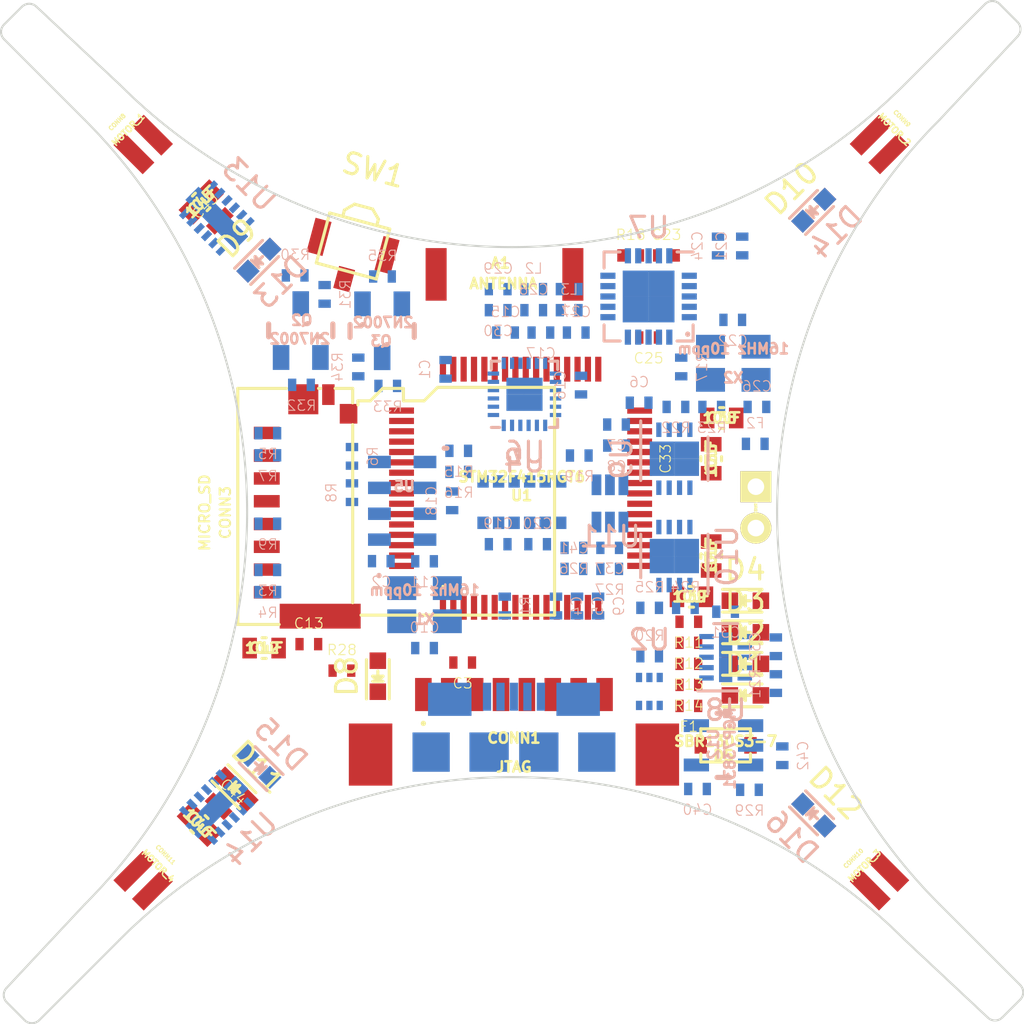
<source format=kicad_pcb>
(kicad_pcb (version 4) (host pcbnew 0.201601262101+6516~42~ubuntu14.04.1-product)

  (general
    (links 334)
    (no_connects 334)
    (area 108.853119 65.355619 188.149081 144.651581)
    (thickness 1.6)
    (drawings 48)
    (tracks 0)
    (zones 0)
    (modules 124)
    (nets 125)
  )

  (page A4)
  (layers
    (0 F.Cu signal)
    (31 B.Cu signal)
    (32 B.Adhes user)
    (33 F.Adhes user)
    (34 B.Paste user)
    (35 F.Paste user)
    (36 B.SilkS user)
    (37 F.SilkS user)
    (38 B.Mask user)
    (39 F.Mask user)
    (40 Dwgs.User user)
    (41 Cmts.User user)
    (42 Eco1.User user)
    (43 Eco2.User user)
    (44 Edge.Cuts user)
    (45 Margin user)
    (46 B.CrtYd user)
    (47 F.CrtYd user)
    (48 B.Fab user)
    (49 F.Fab user)
  )

  (setup
    (last_trace_width 0.25)
    (trace_clearance 0.2)
    (zone_clearance 0.508)
    (zone_45_only no)
    (trace_min 0.2)
    (segment_width 0.2)
    (edge_width 0.15)
    (via_size 0.6)
    (via_drill 0.4)
    (via_min_size 0.4)
    (via_min_drill 0.3)
    (uvia_size 0.3)
    (uvia_drill 0.1)
    (uvias_allowed no)
    (uvia_min_size 0.2)
    (uvia_min_drill 0.1)
    (pcb_text_width 0.3)
    (pcb_text_size 1.5 1.5)
    (mod_edge_width 0.15)
    (mod_text_size 1 1)
    (mod_text_width 0.15)
    (pad_size 1.524 1.524)
    (pad_drill 0.762)
    (pad_to_mask_clearance 0.2)
    (aux_axis_origin 0 0)
    (visible_elements FFFFF77F)
    (pcbplotparams
      (layerselection 0x00030_80000001)
      (usegerberextensions false)
      (excludeedgelayer true)
      (linewidth 0.150000)
      (plotframeref false)
      (viasonmask false)
      (mode 1)
      (useauxorigin false)
      (hpglpennumber 1)
      (hpglpenspeed 20)
      (hpglpendiameter 15)
      (hpglpenoverlay 2)
      (psnegative false)
      (psa4output false)
      (plotreference true)
      (plotvalue true)
      (plotinvisibletext false)
      (padsonsilk false)
      (subtractmaskfromsilk false)
      (outputformat 1)
      (mirror false)
      (drillshape 1)
      (scaleselection 1)
      (outputdirectory ""))
  )

  (net 0 "")
  (net 1 "Net-(A1-Pad1)")
  (net 2 VCC)
  (net 3 GND)
  (net 4 /STM32F4_NRST)
  (net 5 VCCA)
  (net 6 "Net-(C7-Pad1)")
  (net 7 "Net-(C8-Pad1)")
  (net 8 "Net-(C10-Pad1)")
  (net 9 "Net-(C11-Pad1)")
  (net 10 SD_VCC)
  (net 11 "Net-(C17-Pad1)")
  (net 12 "Net-(C22-Pad1)")
  (net 13 "Net-(C23-Pad2)")
  (net 14 "Net-(C26-Pad1)")
  (net 15 "Net-(C27-Pad1)")
  (net 16 "Net-(C29-Pad1)")
  (net 17 +BATT)
  (net 18 "Net-(C32-Pad1)")
  (net 19 /Power/V_USB)
  (net 20 /Power/VOLTAGE_SENSE)
  (net 21 /STM32F4_TCK)
  (net 22 /STM32F4_TMS)
  (net 23 /STM32F4_TDO)
  (net 24 /STM32F4_TDI)
  (net 25 /STM32F4_TRST)
  (net 26 /SDIO_CLK)
  (net 27 /SDIO_D1)
  (net 28 /SDIO_D0)
  (net 29 /SDIO_CMD)
  (net 30 /SDIO_D3)
  (net 31 /SDIO_D2)
  (net 32 /SD_DETECT)
  (net 33 "Net-(CONN4-Pad6)")
  (net 34 "Net-(CONN4-Pad1)")
  (net 35 "Net-(CONN4-Pad2)")
  (net 36 "Net-(CONN4-Pad4)")
  (net 37 "Net-(CONN4-Pad3)")
  (net 38 "Net-(CONN7-Pad1)")
  (net 39 /Power/MOTOR_1_OUT)
  (net 40 /Power/MOTOR_2_OUT)
  (net 41 /Power/MOTOR_3_OUT)
  (net 42 /Power/MOTOR_4_OUT)
  (net 43 "Net-(D5-Pad1)")
  (net 44 "Net-(F2-Pad2)")
  (net 45 "Net-(L1-Pad1)")
  (net 46 "Net-(L1-Pad2)")
  (net 47 "Net-(Q2-Pad2)")
  (net 48 "Net-(Q2-Pad3)")
  (net 49 "Net-(D10-Pad2)")
  (net 50 "Net-(Q3-Pad2)")
  (net 51 "Net-(Q3-Pad3)")
  (net 52 "Net-(D14-Pad2)")
  (net 53 "Net-(D1-Pad1)")
  (net 54 "Net-(D2-Pad1)")
  (net 55 /ERROR_LED)
  (net 56 "Net-(D3-Pad1)")
  (net 57 /STATUS_LED)
  (net 58 "Net-(D4-Pad1)")
  (net 59 /HEARTBEAT_LED)
  (net 60 "Net-(R15-Pad2)")
  (net 61 "Net-(R16-Pad2)")
  (net 62 "Net-(R18-Pad1)")
  (net 63 /Power/PUSHB_INT)
  (net 64 /Power/POWER_KILL)
  (net 65 "Net-(R22-Pad2)")
  (net 66 "Net-(R24-Pad2)")
  (net 67 "Net-(R28-Pad1)")
  (net 68 "Net-(D8-Pad2)")
  (net 69 "Net-(R29-Pad1)")
  (net 70 /Power/IR_EN_TOP)
  (net 71 /Power/IR_EN_BOT)
  (net 72 /SD_PWR_EN)
  (net 73 /Power/SENSOR_EN)
  (net 74 "Net-(U1-Pad14)")
  (net 75 "Net-(U1-Pad15)")
  (net 76 /Sensors/MPU9250_INT)
  (net 77 /Sensors/MPU9250_CS)
  (net 78 /Sensors/SPI1_SCK)
  (net 79 /Sensors/SPI1_MISO)
  (net 80 /Sensors/SPI1_MOSI)
  (net 81 /Power/CURRENT_SENSE)
  (net 82 /Power/MOTOR_1_EN)
  (net 83 /Power/MOTOR_2_EN)
  (net 84 /Power/MOTOR_3_EN)
  (net 85 /Wireless/NRF24L01+_INT)
  (net 86 /Wireless/NRF24L01+_EN)
  (net 87 /Wireless/NRF24L01+_CS)
  (net 88 /Wireless/SPI2_SCK)
  (net 89 /Wireless/SPI2_MISO)
  (net 90 /Wireless/SPI2_MOSI)
  (net 91 /Power/MOTOR_3_IN)
  (net 92 /Power/MOTOR_4_IN)
  (net 93 /Power/MOTOR_1_IN)
  (net 94 /Power/MOTOR_2_IN)
  (net 95 /USB_DM)
  (net 96 /USB_DP)
  (net 97 /Power/MOTOR_4_EN)
  (net 98 "Net-(U4-Pad1)")
  (net 99 "Net-(U4-Pad2)")
  (net 100 "Net-(U4-Pad3)")
  (net 101 "Net-(U4-Pad4)")
  (net 102 "Net-(U4-Pad5)")
  (net 103 "Net-(U4-Pad6)")
  (net 104 "Net-(U4-Pad7)")
  (net 105 "Net-(U4-Pad11)")
  (net 106 "Net-(U4-Pad14)")
  (net 107 "Net-(U4-Pad15)")
  (net 108 "Net-(U4-Pad16)")
  (net 109 "Net-(U4-Pad17)")
  (net 110 "Net-(U4-Pad21)")
  (net 111 /Sensors/I2C1_SCL)
  (net 112 /Sensors/I2C1_SDA)
  (net 113 "Net-(U5-Pad6)")
  (net 114 "Net-(U6-Pad2)")
  (net 115 "Net-(U6-Pad3)")
  (net 116 "Net-(U6-Pad7)")
  (net 117 "Net-(U6-Pad11)")
  (net 118 "Net-(U8-Pad2)")
  (net 119 /Power/POWER_EN)
  (net 120 "Net-(D10-Pad1)")
  (net 121 "Net-(D11-Pad2)")
  (net 122 "Net-(D13-Pad2)")
  (net 123 "Net-(D15-Pad2)")
  (net 124 "Net-(SW1-Pad1)")

  (net_class Default "This is the default net class."
    (clearance 0.2)
    (trace_width 0.25)
    (via_dia 0.6)
    (via_drill 0.4)
    (uvia_dia 0.3)
    (uvia_drill 0.1)
    (add_net +BATT)
    (add_net /ERROR_LED)
    (add_net /HEARTBEAT_LED)
    (add_net /Power/CURRENT_SENSE)
    (add_net /Power/IR_EN_BOT)
    (add_net /Power/IR_EN_TOP)
    (add_net /Power/MOTOR_1_EN)
    (add_net /Power/MOTOR_1_IN)
    (add_net /Power/MOTOR_1_OUT)
    (add_net /Power/MOTOR_2_EN)
    (add_net /Power/MOTOR_2_IN)
    (add_net /Power/MOTOR_2_OUT)
    (add_net /Power/MOTOR_3_EN)
    (add_net /Power/MOTOR_3_IN)
    (add_net /Power/MOTOR_3_OUT)
    (add_net /Power/MOTOR_4_EN)
    (add_net /Power/MOTOR_4_IN)
    (add_net /Power/MOTOR_4_OUT)
    (add_net /Power/POWER_EN)
    (add_net /Power/POWER_KILL)
    (add_net /Power/PUSHB_INT)
    (add_net /Power/SENSOR_EN)
    (add_net /Power/VOLTAGE_SENSE)
    (add_net /Power/V_USB)
    (add_net /SDIO_CLK)
    (add_net /SDIO_CMD)
    (add_net /SDIO_D0)
    (add_net /SDIO_D1)
    (add_net /SDIO_D2)
    (add_net /SDIO_D3)
    (add_net /SD_DETECT)
    (add_net /SD_PWR_EN)
    (add_net /STATUS_LED)
    (add_net /STM32F4_NRST)
    (add_net /STM32F4_TCK)
    (add_net /STM32F4_TDI)
    (add_net /STM32F4_TDO)
    (add_net /STM32F4_TMS)
    (add_net /STM32F4_TRST)
    (add_net /Sensors/I2C1_SCL)
    (add_net /Sensors/I2C1_SDA)
    (add_net /Sensors/MPU9250_CS)
    (add_net /Sensors/MPU9250_INT)
    (add_net /Sensors/SPI1_MISO)
    (add_net /Sensors/SPI1_MOSI)
    (add_net /Sensors/SPI1_SCK)
    (add_net /USB_DM)
    (add_net /USB_DP)
    (add_net /Wireless/NRF24L01+_CS)
    (add_net /Wireless/NRF24L01+_EN)
    (add_net /Wireless/NRF24L01+_INT)
    (add_net /Wireless/SPI2_MISO)
    (add_net /Wireless/SPI2_MOSI)
    (add_net /Wireless/SPI2_SCK)
    (add_net GND)
    (add_net "Net-(A1-Pad1)")
    (add_net "Net-(C10-Pad1)")
    (add_net "Net-(C11-Pad1)")
    (add_net "Net-(C17-Pad1)")
    (add_net "Net-(C22-Pad1)")
    (add_net "Net-(C23-Pad2)")
    (add_net "Net-(C26-Pad1)")
    (add_net "Net-(C27-Pad1)")
    (add_net "Net-(C29-Pad1)")
    (add_net "Net-(C32-Pad1)")
    (add_net "Net-(C7-Pad1)")
    (add_net "Net-(C8-Pad1)")
    (add_net "Net-(CONN4-Pad1)")
    (add_net "Net-(CONN4-Pad2)")
    (add_net "Net-(CONN4-Pad3)")
    (add_net "Net-(CONN4-Pad4)")
    (add_net "Net-(CONN4-Pad6)")
    (add_net "Net-(CONN7-Pad1)")
    (add_net "Net-(D1-Pad1)")
    (add_net "Net-(D10-Pad1)")
    (add_net "Net-(D10-Pad2)")
    (add_net "Net-(D11-Pad2)")
    (add_net "Net-(D13-Pad2)")
    (add_net "Net-(D14-Pad2)")
    (add_net "Net-(D15-Pad2)")
    (add_net "Net-(D2-Pad1)")
    (add_net "Net-(D3-Pad1)")
    (add_net "Net-(D4-Pad1)")
    (add_net "Net-(D5-Pad1)")
    (add_net "Net-(D8-Pad2)")
    (add_net "Net-(F2-Pad2)")
    (add_net "Net-(L1-Pad1)")
    (add_net "Net-(L1-Pad2)")
    (add_net "Net-(Q2-Pad2)")
    (add_net "Net-(Q2-Pad3)")
    (add_net "Net-(Q3-Pad2)")
    (add_net "Net-(Q3-Pad3)")
    (add_net "Net-(R15-Pad2)")
    (add_net "Net-(R16-Pad2)")
    (add_net "Net-(R18-Pad1)")
    (add_net "Net-(R22-Pad2)")
    (add_net "Net-(R24-Pad2)")
    (add_net "Net-(R28-Pad1)")
    (add_net "Net-(R29-Pad1)")
    (add_net "Net-(SW1-Pad1)")
    (add_net "Net-(U1-Pad14)")
    (add_net "Net-(U1-Pad15)")
    (add_net "Net-(U4-Pad1)")
    (add_net "Net-(U4-Pad11)")
    (add_net "Net-(U4-Pad14)")
    (add_net "Net-(U4-Pad15)")
    (add_net "Net-(U4-Pad16)")
    (add_net "Net-(U4-Pad17)")
    (add_net "Net-(U4-Pad2)")
    (add_net "Net-(U4-Pad21)")
    (add_net "Net-(U4-Pad3)")
    (add_net "Net-(U4-Pad4)")
    (add_net "Net-(U4-Pad5)")
    (add_net "Net-(U4-Pad6)")
    (add_net "Net-(U4-Pad7)")
    (add_net "Net-(U5-Pad6)")
    (add_net "Net-(U6-Pad11)")
    (add_net "Net-(U6-Pad2)")
    (add_net "Net-(U6-Pad3)")
    (add_net "Net-(U6-Pad7)")
    (add_net "Net-(U8-Pad2)")
    (add_net SD_VCC)
    (add_net VCC)
    (add_net VCCA)
  )

  (module _div:_ANT-2.45-CHP (layer F.Cu) (tedit 53163F19) (tstamp 56A1F808)
    (at 144.8308 93.5228)
    (path /5543859F/55438C07)
    (fp_text reference A1 (at 3.1 -0.55) (layer F.SilkS)
      (effects (font (size 0.5 0.5) (thickness 0.125)))
    )
    (fp_text value ANTENNA (at 3.25 0.45) (layer F.SilkS)
      (effects (font (size 0.5 0.5) (thickness 0.125)))
    )
    (pad 1 smd rect (at 0 0) (size 1.016 2.54) (layers F.Cu F.Paste F.Mask)
      (net 1 "Net-(A1-Pad1)"))
    (pad NC smd rect (at 6.604 0) (size 1.016 2.54) (layers F.Cu F.Paste F.Mask))
  )

  (module _std:_0402 (layer B.Cu) (tedit 558EB527) (tstamp 56A1F80E)
    (at 145.288 98.1075 270)
    (path /55422355)
    (fp_text reference C1 (at 0 1 270) (layer B.SilkS)
      (effects (font (size 0.5 0.5) (thickness 0.05)) (justify mirror))
    )
    (fp_text value 4.7uF (at -0.01 -0.81 270) (layer B.Fab)
      (effects (font (size 0.5 0.5) (thickness 0.05)) (justify mirror))
    )
    (pad 1 smd rect (at -0.45 0 270) (size 0.4 0.6) (layers B.Cu B.Paste B.Mask)
      (net 2 VCC))
    (pad 2 smd rect (at 0.45 0 270) (size 0.4 0.6) (layers B.Cu B.Paste B.Mask)
      (net 3 GND))
  )

  (module _std:_0402 (layer B.Cu) (tedit 558EB527) (tstamp 56A1F814)
    (at 142.18412 107.37088)
    (path /55422227)
    (fp_text reference C2 (at 0 1) (layer B.SilkS)
      (effects (font (size 0.5 0.5) (thickness 0.05)) (justify mirror))
    )
    (fp_text value 0.1uF (at -0.01 -0.81) (layer B.Fab)
      (effects (font (size 0.5 0.5) (thickness 0.05)) (justify mirror))
    )
    (pad 1 smd rect (at -0.45 0) (size 0.4 0.6) (layers B.Cu B.Paste B.Mask)
      (net 2 VCC))
    (pad 2 smd rect (at 0.45 0) (size 0.4 0.6) (layers B.Cu B.Paste B.Mask)
      (net 3 GND))
  )

  (module _std:_0402 (layer F.Cu) (tedit 558EB527) (tstamp 56A1F81A)
    (at 146.1135 112.268 180)
    (path /55425A04)
    (fp_text reference C3 (at 0 -1 180) (layer F.SilkS)
      (effects (font (size 0.5 0.5) (thickness 0.05)))
    )
    (fp_text value 0.1uF (at -0.01 0.81 180) (layer F.Fab)
      (effects (font (size 0.5 0.5) (thickness 0.05)))
    )
    (pad 1 smd rect (at -0.45 0 180) (size 0.4 0.6) (layers F.Cu F.Paste F.Mask)
      (net 4 /STM32F4_NRST))
    (pad 2 smd rect (at 0.45 0 180) (size 0.4 0.6) (layers F.Cu F.Paste F.Mask)
      (net 3 GND))
  )

  (module _std:_0402 (layer B.Cu) (tedit 558EB527) (tstamp 56A1F820)
    (at 150.622 109.5375 90)
    (path /55422161)
    (fp_text reference C4 (at 0 1 90) (layer B.SilkS)
      (effects (font (size 0.5 0.5) (thickness 0.05)) (justify mirror))
    )
    (fp_text value 0.1uF (at -0.01 -0.81 90) (layer B.Fab)
      (effects (font (size 0.5 0.5) (thickness 0.05)) (justify mirror))
    )
    (pad 1 smd rect (at -0.45 0 90) (size 0.4 0.6) (layers B.Cu B.Paste B.Mask)
      (net 2 VCC))
    (pad 2 smd rect (at 0.45 0 90) (size 0.4 0.6) (layers B.Cu B.Paste B.Mask)
      (net 3 GND))
  )

  (module _std:_0402 (layer B.Cu) (tedit 558EB527) (tstamp 56A1F826)
    (at 151.638 109.5375 90)
    (path /5542073E)
    (fp_text reference C5 (at 0 1 90) (layer B.SilkS)
      (effects (font (size 0.5 0.5) (thickness 0.05)) (justify mirror))
    )
    (fp_text value 1uF (at -0.01 -0.81 90) (layer B.Fab)
      (effects (font (size 0.5 0.5) (thickness 0.05)) (justify mirror))
    )
    (pad 1 smd rect (at -0.45 0 90) (size 0.4 0.6) (layers B.Cu B.Paste B.Mask)
      (net 5 VCCA))
    (pad 2 smd rect (at 0.45 0 90) (size 0.4 0.6) (layers B.Cu B.Paste B.Mask)
      (net 3 GND))
  )

  (module _std:_0402 (layer B.Cu) (tedit 558EB527) (tstamp 56A1F82C)
    (at 154.6352 99.7204 180)
    (path /5542209F)
    (fp_text reference C6 (at 0 1 180) (layer B.SilkS)
      (effects (font (size 0.5 0.5) (thickness 0.05)) (justify mirror))
    )
    (fp_text value 0.1uF (at -0.01 -0.81 180) (layer B.Fab)
      (effects (font (size 0.5 0.5) (thickness 0.05)) (justify mirror))
    )
    (pad 1 smd rect (at -0.45 0 180) (size 0.4 0.6) (layers B.Cu B.Paste B.Mask)
      (net 2 VCC))
    (pad 2 smd rect (at 0.45 0 180) (size 0.4 0.6) (layers B.Cu B.Paste B.Mask)
      (net 3 GND))
  )

  (module _std:_0402 (layer B.Cu) (tedit 558EB527) (tstamp 56A1F832)
    (at 153.543 100.7745)
    (path /55424CD4)
    (fp_text reference C7 (at 0 1) (layer B.SilkS)
      (effects (font (size 0.5 0.5) (thickness 0.05)) (justify mirror))
    )
    (fp_text value 2.2uF (at -0.01 -0.81) (layer B.Fab)
      (effects (font (size 0.5 0.5) (thickness 0.05)) (justify mirror))
    )
    (pad 1 smd rect (at -0.45 0) (size 0.4 0.6) (layers B.Cu B.Paste B.Mask)
      (net 6 "Net-(C7-Pad1)"))
    (pad 2 smd rect (at 0.45 0) (size 0.4 0.6) (layers B.Cu B.Paste B.Mask)
      (net 3 GND))
  )

  (module _std:_0402 (layer B.Cu) (tedit 558EB527) (tstamp 56A1F838)
    (at 153.543 101.7905)
    (path /5542492B)
    (fp_text reference C8 (at 0 1) (layer B.SilkS)
      (effects (font (size 0.5 0.5) (thickness 0.05)) (justify mirror))
    )
    (fp_text value 2.2uF (at -0.01 -0.81) (layer B.Fab)
      (effects (font (size 0.5 0.5) (thickness 0.05)) (justify mirror))
    )
    (pad 1 smd rect (at -0.45 0) (size 0.4 0.6) (layers B.Cu B.Paste B.Mask)
      (net 7 "Net-(C8-Pad1)"))
    (pad 2 smd rect (at 0.45 0) (size 0.4 0.6) (layers B.Cu B.Paste B.Mask)
      (net 3 GND))
  )

  (module _std:_0402 (layer B.Cu) (tedit 558EB527) (tstamp 56A1F83E)
    (at 152.654 109.5375 90)
    (path /55420738)
    (fp_text reference C9 (at 0 1 90) (layer B.SilkS)
      (effects (font (size 0.5 0.5) (thickness 0.05)) (justify mirror))
    )
    (fp_text value 0.1uF (at -0.01 -0.81 90) (layer B.Fab)
      (effects (font (size 0.5 0.5) (thickness 0.05)) (justify mirror))
    )
    (pad 1 smd rect (at -0.45 0 90) (size 0.4 0.6) (layers B.Cu B.Paste B.Mask)
      (net 5 VCCA))
    (pad 2 smd rect (at 0.45 0 90) (size 0.4 0.6) (layers B.Cu B.Paste B.Mask)
      (net 3 GND))
  )

  (module _std:_0402 (layer B.Cu) (tedit 558EB527) (tstamp 56A1F844)
    (at 144.272 111.5695 180)
    (path /5541CCC0)
    (fp_text reference C10 (at 0 1 180) (layer B.SilkS)
      (effects (font (size 0.5 0.5) (thickness 0.05)) (justify mirror))
    )
    (fp_text value 10pF (at -0.01 -0.81 180) (layer B.Fab)
      (effects (font (size 0.5 0.5) (thickness 0.05)) (justify mirror))
    )
    (pad 1 smd rect (at -0.45 0 180) (size 0.4 0.6) (layers B.Cu B.Paste B.Mask)
      (net 8 "Net-(C10-Pad1)"))
    (pad 2 smd rect (at 0.45 0 180) (size 0.4 0.6) (layers B.Cu B.Paste B.Mask)
      (net 3 GND))
  )

  (module _std:_0402 (layer B.Cu) (tedit 558EB527) (tstamp 56A1F84A)
    (at 144.272 107.3785)
    (path /5541D441)
    (fp_text reference C11 (at 0 1) (layer B.SilkS)
      (effects (font (size 0.5 0.5) (thickness 0.05)) (justify mirror))
    )
    (fp_text value 10pF (at -0.01 -0.81) (layer B.Fab)
      (effects (font (size 0.5 0.5) (thickness 0.05)) (justify mirror))
    )
    (pad 1 smd rect (at -0.45 0) (size 0.4 0.6) (layers B.Cu B.Paste B.Mask)
      (net 9 "Net-(C11-Pad1)"))
    (pad 2 smd rect (at 0.45 0) (size 0.4 0.6) (layers B.Cu B.Paste B.Mask)
      (net 3 GND))
  )

  (module _std:_0603 (layer F.Cu) (tedit 52FFB20E) (tstamp 56A1F852)
    (at 136.525 111.5695 180)
    (path /554194AF)
    (fp_text reference C12 (at 0 0 180) (layer F.SilkS)
      (effects (font (size 0.5 0.5) (thickness 0.125)))
    )
    (fp_text value 10uF (at 0 0 180) (layer F.SilkS)
      (effects (font (size 0.5 0.5) (thickness 0.125)))
    )
    (fp_line (start 0.1 0.5) (end -0.1 0.5) (layer F.SilkS) (width 0.15))
    (fp_line (start 0.1 -0.5) (end -0.1 -0.5) (layer F.SilkS) (width 0.15))
    (pad 2 smd rect (at 0.7 0 180) (size 0.7 1) (layers F.Cu F.Paste F.Mask)
      (net 3 GND))
    (pad 1 smd rect (at -0.7 0 180) (size 0.7 1) (layers F.Cu F.Paste F.Mask)
      (net 10 SD_VCC))
  )

  (module _std:_0402 (layer F.Cu) (tedit 558EB527) (tstamp 56A1F858)
    (at 138.684 111.379)
    (path /55418DDD)
    (fp_text reference C13 (at 0 -1) (layer F.SilkS)
      (effects (font (size 0.5 0.5) (thickness 0.05)))
    )
    (fp_text value 0.1uF (at -0.01 0.81) (layer F.Fab)
      (effects (font (size 0.5 0.5) (thickness 0.05)))
    )
    (pad 1 smd rect (at -0.45 0) (size 0.4 0.6) (layers F.Cu F.Paste F.Mask)
      (net 10 SD_VCC))
    (pad 2 smd rect (at 0.45 0) (size 0.4 0.6) (layers F.Cu F.Paste F.Mask)
      (net 3 GND))
  )

  (module _std:_0402 (layer B.Cu) (tedit 558EB527) (tstamp 56A1F85E)
    (at 148.1836 96.33204 180)
    (path /5536C66B/554288B9)
    (fp_text reference C15 (at 0 1 180) (layer B.SilkS)
      (effects (font (size 0.5 0.5) (thickness 0.05)) (justify mirror))
    )
    (fp_text value 0.1uF (at -0.01 -0.81 180) (layer B.Fab)
      (effects (font (size 0.5 0.5) (thickness 0.05)) (justify mirror))
    )
    (pad 1 smd rect (at -0.45 0 180) (size 0.4 0.6) (layers B.Cu B.Paste B.Mask)
      (net 5 VCCA))
    (pad 2 smd rect (at 0.45 0 180) (size 0.4 0.6) (layers B.Cu B.Paste B.Mask)
      (net 3 GND))
  )

  (module _std:_0402 (layer B.Cu) (tedit 558EB527) (tstamp 56A1F864)
    (at 151.8285 98.8695 270)
    (path /5536C66B/55428A44)
    (fp_text reference C16 (at 0 1 270) (layer B.SilkS)
      (effects (font (size 0.5 0.5) (thickness 0.05)) (justify mirror))
    )
    (fp_text value 10nF (at -0.01 -0.81 270) (layer B.Fab)
      (effects (font (size 0.5 0.5) (thickness 0.05)) (justify mirror))
    )
    (pad 1 smd rect (at -0.45 0 270) (size 0.4 0.6) (layers B.Cu B.Paste B.Mask)
      (net 5 VCCA))
    (pad 2 smd rect (at 0.45 0 270) (size 0.4 0.6) (layers B.Cu B.Paste B.Mask)
      (net 3 GND))
  )

  (module _std:_0402 (layer B.Cu) (tedit 558EB527) (tstamp 56A1F86A)
    (at 149.89048 96.33204)
    (path /5536C66B/55428B56)
    (fp_text reference C17 (at 0 1) (layer B.SilkS)
      (effects (font (size 0.5 0.5) (thickness 0.05)) (justify mirror))
    )
    (fp_text value 0.1uF (at -0.01 -0.81) (layer B.Fab)
      (effects (font (size 0.5 0.5) (thickness 0.05)) (justify mirror))
    )
    (pad 1 smd rect (at -0.45 0) (size 0.4 0.6) (layers B.Cu B.Paste B.Mask)
      (net 11 "Net-(C17-Pad1)"))
    (pad 2 smd rect (at 0.45 0) (size 0.4 0.6) (layers B.Cu B.Paste B.Mask)
      (net 3 GND))
  )

  (module _std:_0402 (layer B.Cu) (tedit 558EB527) (tstamp 56A1F870)
    (at 145.6055 104.4575 270)
    (path /5536C66B/55428C9E)
    (fp_text reference C18 (at 0 1 270) (layer B.SilkS)
      (effects (font (size 0.5 0.5) (thickness 0.05)) (justify mirror))
    )
    (fp_text value 0.1uF (at -0.01 -0.81 270) (layer B.Fab)
      (effects (font (size 0.5 0.5) (thickness 0.05)) (justify mirror))
    )
    (pad 1 smd rect (at -0.45 0 270) (size 0.4 0.6) (layers B.Cu B.Paste B.Mask)
      (net 5 VCCA))
    (pad 2 smd rect (at 0.45 0 270) (size 0.4 0.6) (layers B.Cu B.Paste B.Mask)
      (net 3 GND))
  )

  (module _std:_0402 (layer B.Cu) (tedit 558EB527) (tstamp 56A1F876)
    (at 147.828 106.553 180)
    (path /5536C66B/55429127)
    (fp_text reference C19 (at 0 1 180) (layer B.SilkS)
      (effects (font (size 0.5 0.5) (thickness 0.05)) (justify mirror))
    )
    (fp_text value 0.1uF (at -0.01 -0.81 180) (layer B.Fab)
      (effects (font (size 0.5 0.5) (thickness 0.05)) (justify mirror))
    )
    (pad 1 smd rect (at -0.45 0 180) (size 0.4 0.6) (layers B.Cu B.Paste B.Mask)
      (net 5 VCCA))
    (pad 2 smd rect (at 0.45 0 180) (size 0.4 0.6) (layers B.Cu B.Paste B.Mask)
      (net 3 GND))
  )

  (module _std:_0402 (layer B.Cu) (tedit 558EB527) (tstamp 56A1F87C)
    (at 149.733 106.553 180)
    (path /5536C66B/55429407)
    (fp_text reference C20 (at 0 1 180) (layer B.SilkS)
      (effects (font (size 0.5 0.5) (thickness 0.05)) (justify mirror))
    )
    (fp_text value 4.7uF (at -0.01 -0.81 180) (layer B.Fab)
      (effects (font (size 0.5 0.5) (thickness 0.05)) (justify mirror))
    )
    (pad 1 smd rect (at -0.45 0 180) (size 0.4 0.6) (layers B.Cu B.Paste B.Mask)
      (net 5 VCCA))
    (pad 2 smd rect (at 0.45 0 180) (size 0.4 0.6) (layers B.Cu B.Paste B.Mask)
      (net 3 GND))
  )

  (module _std:_0402 (layer B.Cu) (tedit 558EB527) (tstamp 56A1F882)
    (at 159.6136 92.1512 270)
    (path /5543859F/55438B99)
    (fp_text reference C21 (at 0 1 270) (layer B.SilkS)
      (effects (font (size 0.5 0.5) (thickness 0.05)) (justify mirror))
    )
    (fp_text value 0.1uF (at -0.01 -0.81 270) (layer B.Fab)
      (effects (font (size 0.5 0.5) (thickness 0.05)) (justify mirror))
    )
    (pad 1 smd rect (at -0.45 0 270) (size 0.4 0.6) (layers B.Cu B.Paste B.Mask)
      (net 2 VCC))
    (pad 2 smd rect (at 0.45 0 270) (size 0.4 0.6) (layers B.Cu B.Paste B.Mask)
      (net 3 GND))
  )

  (module _std:_0402 (layer B.Cu) (tedit 558EB527) (tstamp 56A1F888)
    (at 159.1564 95.7199)
    (path /5543859F/55438B7D)
    (fp_text reference C22 (at 0 1) (layer B.SilkS)
      (effects (font (size 0.5 0.5) (thickness 0.05)) (justify mirror))
    )
    (fp_text value 22pF (at -0.01 -0.81) (layer B.Fab)
      (effects (font (size 0.5 0.5) (thickness 0.05)) (justify mirror))
    )
    (pad 1 smd rect (at -0.45 0) (size 0.4 0.6) (layers B.Cu B.Paste B.Mask)
      (net 12 "Net-(C22-Pad1)"))
    (pad 2 smd rect (at 0.45 0) (size 0.4 0.6) (layers B.Cu B.Paste B.Mask)
      (net 3 GND))
  )

  (module _std:_0402 (layer F.Cu) (tedit 558EB527) (tstamp 56A1F88E)
    (at 155.956 92.6084)
    (path /5543859F/55438B8B)
    (fp_text reference C23 (at 0 -1) (layer F.SilkS)
      (effects (font (size 0.5 0.5) (thickness 0.05)))
    )
    (fp_text value 33nF (at -0.01 0.81) (layer F.Fab)
      (effects (font (size 0.5 0.5) (thickness 0.05)))
    )
    (pad 1 smd rect (at -0.45 0) (size 0.4 0.6) (layers F.Cu F.Paste F.Mask)
      (net 3 GND))
    (pad 2 smd rect (at 0.45 0) (size 0.4 0.6) (layers F.Cu F.Paste F.Mask)
      (net 13 "Net-(C23-Pad2)"))
  )

  (module _std:_0402 (layer B.Cu) (tedit 558EB527) (tstamp 56A1F894)
    (at 158.4452 92.1512 270)
    (path /5543859F/55438BFC)
    (fp_text reference C24 (at 0 1 270) (layer B.SilkS)
      (effects (font (size 0.5 0.5) (thickness 0.05)) (justify mirror))
    )
    (fp_text value 10nF (at -0.01 -0.81 270) (layer B.Fab)
      (effects (font (size 0.5 0.5) (thickness 0.05)) (justify mirror))
    )
    (pad 1 smd rect (at -0.45 0 270) (size 0.4 0.6) (layers B.Cu B.Paste B.Mask)
      (net 2 VCC))
    (pad 2 smd rect (at 0.45 0 270) (size 0.4 0.6) (layers B.Cu B.Paste B.Mask)
      (net 3 GND))
  )

  (module _std:_0402 (layer F.Cu) (tedit 558EB527) (tstamp 56A1F89A)
    (at 155.0924 96.5708 180)
    (path /5543859F/55438BA0)
    (fp_text reference C25 (at 0 -1 180) (layer F.SilkS)
      (effects (font (size 0.5 0.5) (thickness 0.05)))
    )
    (fp_text value 1nF (at -0.01 0.81 180) (layer F.Fab)
      (effects (font (size 0.5 0.5) (thickness 0.05)))
    )
    (pad 1 smd rect (at -0.45 0 180) (size 0.4 0.6) (layers F.Cu F.Paste F.Mask)
      (net 2 VCC))
    (pad 2 smd rect (at 0.45 0 180) (size 0.4 0.6) (layers F.Cu F.Paste F.Mask)
      (net 3 GND))
  )

  (module _std:_0402 (layer B.Cu) (tedit 558EB527) (tstamp 56A1F8A0)
    (at 160.3248 99.9236 180)
    (path /5543859F/55438B84)
    (fp_text reference C26 (at 0 1 180) (layer B.SilkS)
      (effects (font (size 0.5 0.5) (thickness 0.05)) (justify mirror))
    )
    (fp_text value 22pF (at -0.01 -0.81 180) (layer B.Fab)
      (effects (font (size 0.5 0.5) (thickness 0.05)) (justify mirror))
    )
    (pad 1 smd rect (at -0.45 0 180) (size 0.4 0.6) (layers B.Cu B.Paste B.Mask)
      (net 14 "Net-(C26-Pad1)"))
    (pad 2 smd rect (at 0.45 0 180) (size 0.4 0.6) (layers B.Cu B.Paste B.Mask)
      (net 3 GND))
  )

  (module _std:_0402 (layer B.Cu) (tedit 558EB527) (tstamp 56A1F8A6)
    (at 151.59736 96.33204 180)
    (path /5543859F/55438B61)
    (fp_text reference C27 (at 0 1 180) (layer B.SilkS)
      (effects (font (size 0.5 0.5) (thickness 0.05)) (justify mirror))
    )
    (fp_text value 2.2nF (at -0.01 -0.81 180) (layer B.Fab)
      (effects (font (size 0.5 0.5) (thickness 0.05)) (justify mirror))
    )
    (pad 1 smd rect (at -0.45 0 180) (size 0.4 0.6) (layers B.Cu B.Paste B.Mask)
      (net 15 "Net-(C27-Pad1)"))
    (pad 2 smd rect (at 0.45 0 180) (size 0.4 0.6) (layers B.Cu B.Paste B.Mask)
      (net 3 GND))
  )

  (module _std:_0402 (layer B.Cu) (tedit 558EB527) (tstamp 56A1F8AC)
    (at 149.54504 95.25 180)
    (path /5543859F/55438B68)
    (fp_text reference C28 (at 0 1 180) (layer B.SilkS)
      (effects (font (size 0.5 0.5) (thickness 0.05)) (justify mirror))
    )
    (fp_text value 4.7pF (at -0.01 -0.81 180) (layer B.Fab)
      (effects (font (size 0.5 0.5) (thickness 0.05)) (justify mirror))
    )
    (pad 1 smd rect (at -0.45 0 180) (size 0.4 0.6) (layers B.Cu B.Paste B.Mask)
      (net 15 "Net-(C27-Pad1)"))
    (pad 2 smd rect (at 0.45 0 180) (size 0.4 0.6) (layers B.Cu B.Paste B.Mask)
      (net 3 GND))
  )

  (module _std:_0402 (layer B.Cu) (tedit 558EB527) (tstamp 56A1F8B2)
    (at 147.828 94.234 180)
    (path /5543859F/55438B54)
    (fp_text reference C29 (at 0 1 180) (layer B.SilkS)
      (effects (font (size 0.5 0.5) (thickness 0.05)) (justify mirror))
    )
    (fp_text value 1.5pF (at -0.01 -0.81 180) (layer B.Fab)
      (effects (font (size 0.5 0.5) (thickness 0.05)) (justify mirror))
    )
    (pad 1 smd rect (at -0.45 0 180) (size 0.4 0.6) (layers B.Cu B.Paste B.Mask)
      (net 16 "Net-(C29-Pad1)"))
    (pad 2 smd rect (at 0.45 0 180) (size 0.4 0.6) (layers B.Cu B.Paste B.Mask)
      (net 1 "Net-(A1-Pad1)"))
  )

  (module _std:_0402 (layer B.Cu) (tedit 558EB527) (tstamp 56A1F8B8)
    (at 147.828 95.25)
    (path /5543859F/55438B92)
    (fp_text reference C30 (at 0 1) (layer B.SilkS)
      (effects (font (size 0.5 0.5) (thickness 0.05)) (justify mirror))
    )
    (fp_text value 1pF (at -0.01 -0.81) (layer B.Fab)
      (effects (font (size 0.5 0.5) (thickness 0.05)) (justify mirror))
    )
    (pad 1 smd rect (at -0.45 0) (size 0.4 0.6) (layers B.Cu B.Paste B.Mask)
      (net 1 "Net-(A1-Pad1)"))
    (pad 2 smd rect (at 0.45 0) (size 0.4 0.6) (layers B.Cu B.Paste B.Mask)
      (net 3 GND))
  )

  (module _std:_0402 (layer B.Cu) (tedit 558EB527) (tstamp 56A1F8BE)
    (at 158.81096 109.81436)
    (path /55379F3E/55444733)
    (fp_text reference C31 (at 0 1) (layer B.SilkS)
      (effects (font (size 0.5 0.5) (thickness 0.05)) (justify mirror))
    )
    (fp_text value 0.1uF (at -0.01 -0.81) (layer B.Fab)
      (effects (font (size 0.5 0.5) (thickness 0.05)) (justify mirror))
    )
    (pad 1 smd rect (at -0.45 0) (size 0.4 0.6) (layers B.Cu B.Paste B.Mask)
      (net 17 +BATT))
    (pad 2 smd rect (at 0.45 0) (size 0.4 0.6) (layers B.Cu B.Paste B.Mask)
      (net 3 GND))
  )

  (module _std:_0402 (layer B.Cu) (tedit 558EB527) (tstamp 56A1F8C4)
    (at 161.2392 111.506 270)
    (path /55379F3E/55445FE3)
    (fp_text reference C32 (at 0 1 270) (layer B.SilkS)
      (effects (font (size 0.5 0.5) (thickness 0.05)) (justify mirror))
    )
    (fp_text value 0.1uF (at -0.01 -0.81 270) (layer B.Fab)
      (effects (font (size 0.5 0.5) (thickness 0.05)) (justify mirror))
    )
    (pad 1 smd rect (at -0.45 0 270) (size 0.4 0.6) (layers B.Cu B.Paste B.Mask)
      (net 18 "Net-(C32-Pad1)"))
    (pad 2 smd rect (at 0.45 0 270) (size 0.4 0.6) (layers B.Cu B.Paste B.Mask)
      (net 3 GND))
  )

  (module _std:_0402 (layer F.Cu) (tedit 558EB527) (tstamp 56A1F8CA)
    (at 156.9085 102.4255 90)
    (path /55379F3E/5542AAE4)
    (fp_text reference C33 (at 0 -1 90) (layer F.SilkS)
      (effects (font (size 0.5 0.5) (thickness 0.05)))
    )
    (fp_text value 100uF (at -0.01 0.81 90) (layer F.Fab)
      (effects (font (size 0.5 0.5) (thickness 0.05)))
    )
    (pad 1 smd rect (at -0.45 0 90) (size 0.4 0.6) (layers F.Cu F.Paste F.Mask)
      (net 17 +BATT))
    (pad 2 smd rect (at 0.45 0 90) (size 0.4 0.6) (layers F.Cu F.Paste F.Mask)
      (net 3 GND))
  )

  (module _std:_0402 (layer F.Cu) (tedit 558EB527) (tstamp 56A1F8D0)
    (at 156.9085 107.1245 270)
    (path /55379F3E/5578BDB0)
    (fp_text reference C34 (at 0 -1 270) (layer F.SilkS)
      (effects (font (size 0.5 0.5) (thickness 0.05)))
    )
    (fp_text value 100uF (at -0.01 0.81 270) (layer F.Fab)
      (effects (font (size 0.5 0.5) (thickness 0.05)))
    )
    (pad 1 smd rect (at -0.45 0 270) (size 0.4 0.6) (layers F.Cu F.Paste F.Mask)
      (net 17 +BATT))
    (pad 2 smd rect (at 0.45 0 270) (size 0.4 0.6) (layers F.Cu F.Paste F.Mask)
      (net 3 GND))
  )

  (module _std:_0603 (layer F.Cu) (tedit 52FFB20E) (tstamp 56A1F8D8)
    (at 158.115 102.4255 90)
    (path /55379F3E/5542A9EF)
    (fp_text reference C35 (at 0 0 90) (layer F.SilkS)
      (effects (font (size 0.5 0.5) (thickness 0.125)))
    )
    (fp_text value 10uF (at 0 0 90) (layer F.SilkS)
      (effects (font (size 0.5 0.5) (thickness 0.125)))
    )
    (fp_line (start 0.1 0.5) (end -0.1 0.5) (layer F.SilkS) (width 0.15))
    (fp_line (start 0.1 -0.5) (end -0.1 -0.5) (layer F.SilkS) (width 0.15))
    (pad 2 smd rect (at 0.7 0 90) (size 0.7 1) (layers F.Cu F.Paste F.Mask)
      (net 3 GND))
    (pad 1 smd rect (at -0.7 0 90) (size 0.7 1) (layers F.Cu F.Paste F.Mask)
      (net 17 +BATT))
  )

  (module _std:_0603 (layer F.Cu) (tedit 52FFB20E) (tstamp 56A1F8E0)
    (at 158.115 107.1245 270)
    (path /55379F3E/5578BDAA)
    (fp_text reference C36 (at 0 0 270) (layer F.SilkS)
      (effects (font (size 0.5 0.5) (thickness 0.125)))
    )
    (fp_text value 10uF (at 0 0 270) (layer F.SilkS)
      (effects (font (size 0.5 0.5) (thickness 0.125)))
    )
    (fp_line (start 0.1 0.5) (end -0.1 0.5) (layer F.SilkS) (width 0.15))
    (fp_line (start 0.1 -0.5) (end -0.1 -0.5) (layer F.SilkS) (width 0.15))
    (pad 2 smd rect (at 0.7 0 270) (size 0.7 1) (layers F.Cu F.Paste F.Mask)
      (net 3 GND))
    (pad 1 smd rect (at -0.7 0 270) (size 0.7 1) (layers F.Cu F.Paste F.Mask)
      (net 17 +BATT))
  )

  (module _std:_0402 (layer B.Cu) (tedit 558EB527) (tstamp 56A1F8E6)
    (at 153.2128 106.7308)
    (path /55379F3E/55462002)
    (fp_text reference C37 (at 0 1) (layer B.SilkS)
      (effects (font (size 0.5 0.5) (thickness 0.05)) (justify mirror))
    )
    (fp_text value 0.1uF (at -0.01 -0.81) (layer B.Fab)
      (effects (font (size 0.5 0.5) (thickness 0.05)) (justify mirror))
    )
    (pad 1 smd rect (at -0.45 0) (size 0.4 0.6) (layers B.Cu B.Paste B.Mask)
      (net 2 VCC))
    (pad 2 smd rect (at 0.45 0) (size 0.4 0.6) (layers B.Cu B.Paste B.Mask)
      (net 3 GND))
  )

  (module _std:_0603 (layer F.Cu) (tedit 52FFB20E) (tstamp 56A1F8EE)
    (at 158.623 100.457)
    (path /55379F3E/5542A684)
    (fp_text reference C38 (at 0 0) (layer F.SilkS)
      (effects (font (size 0.5 0.5) (thickness 0.125)))
    )
    (fp_text value 10uF (at 0 0) (layer F.SilkS)
      (effects (font (size 0.5 0.5) (thickness 0.125)))
    )
    (fp_line (start 0.1 0.5) (end -0.1 0.5) (layer F.SilkS) (width 0.15))
    (fp_line (start 0.1 -0.5) (end -0.1 -0.5) (layer F.SilkS) (width 0.15))
    (pad 2 smd rect (at 0.7 0) (size 0.7 1) (layers F.Cu F.Paste F.Mask)
      (net 3 GND))
    (pad 1 smd rect (at -0.7 0) (size 0.7 1) (layers F.Cu F.Paste F.Mask)
      (net 2 VCC))
  )

  (module _std:_0603 (layer F.Cu) (tedit 52FFB20E) (tstamp 56A1F8F6)
    (at 157.1625 109.093)
    (path /55379F3E/5578BDA4)
    (fp_text reference C39 (at 0 0) (layer F.SilkS)
      (effects (font (size 0.5 0.5) (thickness 0.125)))
    )
    (fp_text value 10uF (at 0 0) (layer F.SilkS)
      (effects (font (size 0.5 0.5) (thickness 0.125)))
    )
    (fp_line (start 0.1 0.5) (end -0.1 0.5) (layer F.SilkS) (width 0.15))
    (fp_line (start 0.1 -0.5) (end -0.1 -0.5) (layer F.SilkS) (width 0.15))
    (pad 2 smd rect (at 0.7 0) (size 0.7 1) (layers F.Cu F.Paste F.Mask)
      (net 3 GND))
    (pad 1 smd rect (at -0.7 0) (size 0.7 1) (layers F.Cu F.Paste F.Mask)
      (net 5 VCCA))
  )

  (module _std:_0402 (layer B.Cu) (tedit 558EB527) (tstamp 56A1F8FC)
    (at 157.4546 118.37416)
    (path /55379F3E/55429CA3)
    (fp_text reference C40 (at 0 1) (layer B.SilkS)
      (effects (font (size 0.5 0.5) (thickness 0.05)) (justify mirror))
    )
    (fp_text value 4.7uF (at -0.01 -0.81) (layer B.Fab)
      (effects (font (size 0.5 0.5) (thickness 0.05)) (justify mirror))
    )
    (pad 1 smd rect (at -0.45 0) (size 0.4 0.6) (layers B.Cu B.Paste B.Mask)
      (net 19 /Power/V_USB))
    (pad 2 smd rect (at 0.45 0) (size 0.4 0.6) (layers B.Cu B.Paste B.Mask)
      (net 3 GND))
  )

  (module _std:_0402 (layer B.Cu) (tedit 558EB527) (tstamp 56A1F902)
    (at 151.4856 107.7468 180)
    (path /55379F3E/55461EDE)
    (fp_text reference C41 (at 0 1 180) (layer B.SilkS)
      (effects (font (size 0.5 0.5) (thickness 0.05)) (justify mirror))
    )
    (fp_text value 0.1uF (at -0.01 -0.81 180) (layer B.Fab)
      (effects (font (size 0.5 0.5) (thickness 0.05)) (justify mirror))
    )
    (pad 1 smd rect (at -0.45 0 180) (size 0.4 0.6) (layers B.Cu B.Paste B.Mask)
      (net 20 /Power/VOLTAGE_SENSE))
    (pad 2 smd rect (at 0.45 0 180) (size 0.4 0.6) (layers B.Cu B.Paste B.Mask)
      (net 3 GND))
  )

  (module _std:_0402 (layer B.Cu) (tedit 558EB527) (tstamp 56A1F908)
    (at 161.54908 116.76888 90)
    (path /55379F3E/5542A382)
    (fp_text reference C42 (at 0 1 90) (layer B.SilkS)
      (effects (font (size 0.5 0.5) (thickness 0.05)) (justify mirror))
    )
    (fp_text value 4.7uF (at -0.01 -0.81 90) (layer B.Fab)
      (effects (font (size 0.5 0.5) (thickness 0.05)) (justify mirror))
    )
    (pad 1 smd rect (at -0.45 0 90) (size 0.4 0.6) (layers B.Cu B.Paste B.Mask)
      (net 17 +BATT))
    (pad 2 smd rect (at 0.45 0 90) (size 0.4 0.6) (layers B.Cu B.Paste B.Mask)
      (net 3 GND))
  )

  (module _std:_0402 (layer F.Cu) (tedit 558EB527) (tstamp 56A1F90E)
    (at 134.38632 90.93454 45)
    (path /55379F3E/5542B6F3)
    (fp_text reference C43 (at 0 -1 45) (layer F.SilkS)
      (effects (font (size 0.5 0.5) (thickness 0.05)))
    )
    (fp_text value 0.1uF (at -0.01 0.81 45) (layer F.Fab)
      (effects (font (size 0.5 0.5) (thickness 0.05)))
    )
    (pad 1 smd rect (at -0.45 0 45) (size 0.4 0.6) (layers F.Cu F.Paste F.Mask)
      (net 2 VCC))
    (pad 2 smd rect (at 0.45 0 45) (size 0.4 0.6) (layers F.Cu F.Paste F.Mask)
      (net 3 GND))
  )

  (module _std:_0402 (layer F.Cu) (tedit 558EB527) (tstamp 56A1F914)
    (at 134.32536 119.20728 315)
    (path /55379F3E/5542B018)
    (fp_text reference C44 (at 0 -1 315) (layer F.SilkS)
      (effects (font (size 0.5 0.5) (thickness 0.05)))
    )
    (fp_text value 0.1uF (at -0.01 0.81 315) (layer F.Fab)
      (effects (font (size 0.5 0.5) (thickness 0.05)))
    )
    (pad 1 smd rect (at -0.45 0 315) (size 0.4 0.6) (layers F.Cu F.Paste F.Mask)
      (net 2 VCC))
    (pad 2 smd rect (at 0.45 0 315) (size 0.4 0.6) (layers F.Cu F.Paste F.Mask)
      (net 3 GND))
  )

  (module _std:_0603 (layer F.Cu) (tedit 52FFB20E) (tstamp 56A1F91C)
    (at 133.48716 90.02268 45)
    (path /55379F3E/5542BA97)
    (fp_text reference C45 (at 0 0 45) (layer F.SilkS)
      (effects (font (size 0.5 0.5) (thickness 0.125)))
    )
    (fp_text value 10uF (at 0 0 45) (layer F.SilkS)
      (effects (font (size 0.5 0.5) (thickness 0.125)))
    )
    (fp_line (start 0.1 0.5) (end -0.1 0.5) (layer F.SilkS) (width 0.15))
    (fp_line (start 0.1 -0.5) (end -0.1 -0.5) (layer F.SilkS) (width 0.15))
    (pad 2 smd rect (at 0.7 0 45) (size 0.7 1) (layers F.Cu F.Paste F.Mask)
      (net 3 GND))
    (pad 1 smd rect (at -0.7 0 45) (size 0.7 1) (layers F.Cu F.Paste F.Mask)
      (net 17 +BATT))
  )

  (module _std:_0603 (layer F.Cu) (tedit 52FFB20E) (tstamp 56A1F924)
    (at 133.39572 120.08358 315)
    (path /55379F3E/5542AEB4)
    (fp_text reference C46 (at 0 0 315) (layer F.SilkS)
      (effects (font (size 0.5 0.5) (thickness 0.125)))
    )
    (fp_text value 10uF (at 0 0 315) (layer F.SilkS)
      (effects (font (size 0.5 0.5) (thickness 0.125)))
    )
    (fp_line (start 0.1 0.5) (end -0.1 0.5) (layer F.SilkS) (width 0.15))
    (fp_line (start 0.1 -0.5) (end -0.1 -0.5) (layer F.SilkS) (width 0.15))
    (pad 2 smd rect (at 0.7 0 315) (size 0.7 1) (layers F.Cu F.Paste F.Mask)
      (net 3 GND))
    (pad 1 smd rect (at -0.7 0 315) (size 0.7 1) (layers F.Cu F.Paste F.Mask)
      (net 17 +BATT))
  )

  (module _connectors:_Molex-PicoBlade-SMD-8 (layer F.Cu) (tedit 530D06E7) (tstamp 56A1F933)
    (at 148.59 116.713)
    (path /55C96701)
    (fp_text reference CONN1 (at 0 -0.8) (layer F.SilkS)
      (effects (font (size 0.5 0.5) (thickness 0.125)))
    )
    (fp_text value JTAG (at 0 0.6) (layer F.SilkS)
      (effects (font (size 0.5 0.5) (thickness 0.125)))
    )
    (fp_line (start -4.375 -1.5) (end -4.375 -1.51) (layer F.SilkS) (width 0.25))
    (pad 8 smd rect (at 4.375 -2.9) (size 0.8 1.6) (layers F.Cu F.Paste F.Mask)
      (net 21 /STM32F4_TCK))
    (pad 7 smd rect (at 3.125 -2.9) (size 0.8 1.6) (layers F.Cu F.Paste F.Mask)
      (net 22 /STM32F4_TMS))
    (pad 6 smd rect (at 1.875 -2.9) (size 0.8 1.6) (layers F.Cu F.Paste F.Mask)
      (net 23 /STM32F4_TDO))
    (pad 5 smd rect (at 0.625 -2.9) (size 0.8 1.6) (layers F.Cu F.Paste F.Mask)
      (net 24 /STM32F4_TDI))
    (pad 4 smd rect (at -0.625 -2.9) (size 0.8 1.6) (layers F.Cu F.Paste F.Mask)
      (net 25 /STM32F4_TRST))
    (pad 3 smd rect (at -1.875 -2.9) (size 0.8 1.6) (layers F.Cu F.Paste F.Mask)
      (net 4 /STM32F4_NRST))
    (pad 2 smd rect (at -3.125 -2.9) (size 0.8 1.6) (layers F.Cu F.Paste F.Mask)
      (net 3 GND))
    (pad 1 smd rect (at -4.375 -2.9) (size 0.8 1.6) (layers F.Cu F.Paste F.Mask)
      (net 2 VCC))
    (pad MECH smd rect (at -6.925 0) (size 2.1 3) (layers F.Cu F.Paste F.Mask)
      (net 3 GND))
    (pad MECH smd rect (at 6.925 0) (size 2.1 3) (layers F.Cu F.Paste F.Mask)
      (net 3 GND))
  )

  (module _div:_Molex-microSD-WM6701 (layer F.Cu) (tedit 551735A1) (tstamp 56A1F957)
    (at 136.652 105.029 90)
    (path /553877C3)
    (fp_text reference CONN3 (at 0 -2 270) (layer F.SilkS)
      (effects (font (size 0.5 0.5) (thickness 0.1)))
    )
    (fp_text value MICRO_SD (at 0 -3 270) (layer F.SilkS)
      (effects (font (size 0.5 0.5) (thickness 0.1)))
    )
    (fp_line (start 4.25 4.15) (end -4.35 4.15) (layer F.SilkS) (width 0.15))
    (fp_line (start 5.2 4.4) (end 5.4 4.4) (layer F.SilkS) (width 0.15))
    (fp_line (start 5.4 4.4) (end 5.4 5) (layer F.SilkS) (width 0.15))
    (fp_line (start 5.4 5) (end 6 5.6) (layer F.SilkS) (width 0.15))
    (fp_line (start 6 5.6) (end 6 6.6) (layer F.SilkS) (width 0.15))
    (fp_line (start 6 6.6) (end 5.4 6.6) (layer F.SilkS) (width 0.15))
    (fp_line (start 5.4 6.6) (end 5.4 7.6) (layer F.SilkS) (width 0.15))
    (fp_line (start 5.4 7.6) (end 6 8.2) (layer F.SilkS) (width 0.15))
    (fp_line (start 6 8.2) (end 6.05 8.25) (layer F.SilkS) (width 0.15))
    (fp_line (start 6.05 8.25) (end 6.05 8.9) (layer F.SilkS) (width 0.15))
    (fp_line (start 6.05 13.9) (end 6.05 8.9) (layer F.SilkS) (width 0.15))
    (fp_line (start -4.95 4.55) (end -4.95 13.9) (layer F.SilkS) (width 0.15))
    (fp_line (start -4.95 13.9) (end 6.05 13.9) (layer F.SilkS) (width 0.15))
    (fp_line (start 6 3.3) (end 6 4.15) (layer F.SilkS) (width 0.15))
    (fp_line (start 6 4.15) (end 5.3 4.15) (layer F.SilkS) (width 0.15))
    (fp_line (start 6 2.5) (end 6 2.6) (layer F.SilkS) (width 0.15))
    (fp_line (start -5.4 0.6) (end -5.4 -1.3) (layer F.SilkS) (width 0.15))
    (fp_line (start -5.4 -1.3) (end -5.4 -1.4) (layer F.SilkS) (width 0.15))
    (fp_line (start -5.4 -1.4) (end 6 -1.4) (layer F.SilkS) (width 0.15))
    (fp_line (start 6 -1.4) (end 6 0.95) (layer F.SilkS) (width 0.15))
    (pad SHD smd rect (at -5 2.58 270) (size 1.2 3.91) (layers F.Cu F.Paste F.Mask)
      (net 3 GND))
    (pad 5 smd rect (at -0.55 0 270) (size 0.6 1.25) (layers F.Cu F.Paste F.Mask)
      (net 26 /SDIO_CLK))
    (pad 6 smd rect (at -1.65 0 270) (size 0.6 1.25) (layers F.Cu F.Paste F.Mask)
      (net 3 GND))
    (pad 8 smd rect (at -3.85 0 270) (size 0.6 1.25) (layers F.Cu F.Paste F.Mask)
      (net 27 /SDIO_D1))
    (pad 7 smd rect (at -2.75 0 270) (size 0.6 1.25) (layers F.Cu F.Paste F.Mask)
      (net 28 /SDIO_D0))
    (pad 3 smd rect (at 1.65 0 270) (size 0.6 1.25) (layers F.Cu F.Paste F.Mask)
      (net 29 /SDIO_CMD))
    (pad 4 smd rect (at 0.55 0 270) (size 0.6 1.25) (layers F.Cu F.Paste F.Mask)
      (net 10 SD_VCC))
    (pad 2 smd rect (at 2.75 0 270) (size 0.6 1.25) (layers F.Cu F.Paste F.Mask)
      (net 30 /SDIO_D3))
    (pad 1 smd rect (at 3.85 0 270) (size 0.6 1.25) (layers F.Cu F.Paste F.Mask)
      (net 31 /SDIO_D2))
    (pad SHD smd rect (at 5.475 1.765 270) (size 1.45 1.45) (layers F.Cu F.Paste F.Mask)
      (net 3 GND))
    (pad 10 smd rect (at 5.7 2.975 270) (size 1 0.6) (layers F.Cu F.Paste F.Mask)
      (net 3 GND))
    (pad 9 smd rect (at 4.775 3.95 270) (size 0.95 0.85) (layers F.Cu F.Paste F.Mask)
      (net 32 /SD_DETECT))
  )

  (module _connectors:_Micro-USB-AB-receptacle-SMT (layer B.Cu) (tedit 54874D74) (tstamp 56A1F966)
    (at 148.59 113.919 180)
    (path /5537BD9F)
    (fp_text reference CONN4 (at 0 -0.9 180) (layer B.SilkS) hide
      (effects (font (size 0.5 0.5) (thickness 0.125)) (justify mirror))
    )
    (fp_text value MICRO_USB (at 0 -1.9 180) (layer B.SilkS) hide
      (effects (font (size 0.5 0.5) (thickness 0.125)) (justify mirror))
    )
    (pad 6 smd rect (at 1.2 -2.675 180) (size 1.9 1.9) (layers B.Cu B.Mask)
      (net 33 "Net-(CONN4-Pad6)") (solder_mask_margin 0.2) (clearance 0.3))
    (pad 6 smd rect (at -1.2 -2.675 180) (size 1.9 1.9) (layers B.Cu B.Mask)
      (net 33 "Net-(CONN4-Pad6)") (solder_mask_margin 0.2) (clearance 0.3))
    (pad 6 smd rect (at 4 -2.675 180) (size 1.8 1.9) (layers B.Cu B.Mask)
      (net 33 "Net-(CONN4-Pad6)") (solder_mask_margin 0.2) (clearance 0.3))
    (pad 6 smd rect (at -4 -2.675 180) (size 1.8 1.9) (layers B.Cu B.Mask)
      (net 33 "Net-(CONN4-Pad6)") (solder_mask_margin 0.2) (clearance 0.3))
    (pad 6 smd rect (at -3.1 -0.125 180) (size 2.1 1.6) (layers B.Cu B.Mask)
      (net 33 "Net-(CONN4-Pad6)") (solder_mask_margin 0.2) (clearance 0.3))
    (pad 6 smd rect (at 3.1 -0.125 180) (size 2.1 1.6) (layers B.Cu B.Mask)
      (net 33 "Net-(CONN4-Pad6)") (solder_mask_margin 0.2) (clearance 0.3))
    (pad 1 smd rect (at -1.3 0 180) (size 0.4 1.35) (layers B.Cu B.Mask)
      (net 34 "Net-(CONN4-Pad1)") (solder_mask_margin 0.15) (clearance 0.24))
    (pad 2 smd rect (at -0.65 0 180) (size 0.4 1.35) (layers B.Cu B.Mask)
      (net 35 "Net-(CONN4-Pad2)") (solder_mask_margin 0.15) (clearance 0.24))
    (pad 5 smd rect (at 1.3 0 180) (size 0.4 1.35) (layers B.Cu B.Mask)
      (net 3 GND) (solder_mask_margin 0.15) (clearance 0.24))
    (pad 4 smd rect (at 0.65 0 180) (size 0.4 1.35) (layers B.Cu B.Mask)
      (net 36 "Net-(CONN4-Pad4)") (solder_mask_margin 0.15) (clearance 0.24))
    (pad 3 smd rect (at 0 0 180) (size 0.4 1.35) (layers B.Cu B.Mask)
      (net 37 "Net-(CONN4-Pad3)") (solder_mask_margin 0.15) (clearance 0.24))
  )

  (module _connectors:_Pin2mm_2 (layer F.Cu) (tedit 531E284D) (tstamp 56A1F96C)
    (at 160.274 104.775 270)
    (path /55379F3E/55437515)
    (fp_text reference CONN7 (at 0 0 270) (layer F.SilkS)
      (effects (font (size 0.127 0.127) (thickness 0.03175)))
    )
    (fp_text value PWR (at 0 0 270) (layer F.SilkS)
      (effects (font (size 0.127 0.127) (thickness 0.03175)))
    )
    (pad 1 thru_hole rect (at -1 0 270) (size 1.5 1.5) (drill 0.8) (layers *.Cu *.Mask F.SilkS)
      (net 38 "Net-(CONN7-Pad1)"))
    (pad 2 thru_hole circle (at 1 0 270) (size 1.5 1.5) (drill 0.8) (layers *.Cu *.Mask F.SilkS)
      (net 3 GND))
  )

  (module _connectors:_Solder_Pad1.27_2 (layer F.Cu) (tedit 5352AD9B) (tstamp 56A1F972)
    (at 130.683 87.249 45)
    (path /55379F3E/553C7D3A)
    (fp_text reference CONN8 (at -0.127 -1.651 45) (layer F.SilkS)
      (effects (font (size 0.2 0.2) (thickness 0.05)))
    )
    (fp_text value MOTOR_1 (at 0 -1.016 45) (layer F.SilkS)
      (effects (font (size 0.3 0.3) (thickness 0.075)))
    )
    (pad 2 smd rect (at 0.635 0 45) (size 0.8 2) (layers F.Cu F.Paste F.Mask)
      (net 3 GND))
    (pad 1 smd rect (at -0.635 0 45) (size 0.8 2) (layers F.Cu F.Paste F.Mask)
      (net 39 /Power/MOTOR_1_OUT))
  )

  (module _connectors:_Solder_Pad1.27_2 (layer F.Cu) (tedit 5352AD9B) (tstamp 56A1F978)
    (at 166.243 87.249 315)
    (path /55379F3E/553C7E62)
    (fp_text reference CONN9 (at -0.127 -1.651 315) (layer F.SilkS)
      (effects (font (size 0.2 0.2) (thickness 0.05)))
    )
    (fp_text value MOTOR_2 (at 0 -1.016 315) (layer F.SilkS)
      (effects (font (size 0.3 0.3) (thickness 0.075)))
    )
    (pad 2 smd rect (at 0.635 0 315) (size 0.8 2) (layers F.Cu F.Paste F.Mask)
      (net 3 GND))
    (pad 1 smd rect (at -0.635 0 315) (size 0.8 2) (layers F.Cu F.Paste F.Mask)
      (net 40 /Power/MOTOR_2_OUT))
  )

  (module _connectors:_Solder_Pad1.27_2 (layer F.Cu) (tedit 5352AD9B) (tstamp 56A1F97E)
    (at 166.243 122.809 45)
    (path /55379F3E/553C7EBC)
    (fp_text reference CONN10 (at -0.127 -1.651 45) (layer F.SilkS)
      (effects (font (size 0.2 0.2) (thickness 0.05)))
    )
    (fp_text value MOTOR_3 (at 0 -1.016 45) (layer F.SilkS)
      (effects (font (size 0.3 0.3) (thickness 0.075)))
    )
    (pad 2 smd rect (at 0.635 0 45) (size 0.8 2) (layers F.Cu F.Paste F.Mask)
      (net 3 GND))
    (pad 1 smd rect (at -0.635 0 45) (size 0.8 2) (layers F.Cu F.Paste F.Mask)
      (net 41 /Power/MOTOR_3_OUT))
  )

  (module _connectors:_Solder_Pad1.27_2 (layer F.Cu) (tedit 5352AD9B) (tstamp 56A1F984)
    (at 130.683 122.809 315)
    (path /55379F3E/553C7F18)
    (fp_text reference CONN11 (at -0.127 -1.651 315) (layer F.SilkS)
      (effects (font (size 0.2 0.2) (thickness 0.05)))
    )
    (fp_text value MOTOR_4 (at 0 -1.016 315) (layer F.SilkS)
      (effects (font (size 0.3 0.3) (thickness 0.075)))
    )
    (pad 2 smd rect (at 0.635 0 315) (size 0.8 2) (layers F.Cu F.Paste F.Mask)
      (net 3 GND))
    (pad 1 smd rect (at -0.635 0 315) (size 0.8 2) (layers F.Cu F.Paste F.Mask)
      (net 42 /Power/MOTOR_4_OUT))
  )

  (module _std:_SOD-323 (layer F.Cu) (tedit 558EC9C3) (tstamp 56A1F990)
    (at 158.8135 116.2685 180)
    (tags SOD-323)
    (path /5545D9B7)
    (fp_text reference D5 (at 0.1 -0.5 180) (layer F.SilkS)
      (effects (font (size 0.5 0.5) (thickness 0.125)))
    )
    (fp_text value SBR130S3-7 (at 0 0.2 180) (layer F.SilkS)
      (effects (font (size 0.5 0.5) (thickness 0.125)))
    )
    (fp_line (start 1.2 0.4) (end 1.2 0.8) (layer F.SilkS) (width 0.15))
    (fp_line (start 1.2 0.8) (end -1.2 0.8) (layer F.SilkS) (width 0.15))
    (fp_line (start -1.2 0.8) (end -1.2 0.4) (layer F.SilkS) (width 0.15))
    (fp_line (start -1.2 -0.4) (end -1.2 -0.8) (layer F.SilkS) (width 0.15))
    (fp_line (start -1.2 -0.8) (end 1.2 -0.8) (layer F.SilkS) (width 0.15))
    (fp_line (start 1.2 -0.8) (end 1.2 -0.4) (layer F.SilkS) (width 0.15))
    (pad 2 smd rect (at 1.2 0 180) (size 0.6 0.8) (layers F.Cu F.Paste F.Mask)
      (net 19 /Power/V_USB))
    (pad 1 smd rect (at -1.2 0 180) (size 0.6 0.8) (layers F.Cu F.Paste F.Mask)
      (net 43 "Net-(D5-Pad1)"))
  )

  (module _std:_0402 (layer F.Cu) (tedit 558EB527) (tstamp 56A1F996)
    (at 157.0355 114.3635 180)
    (path /5544F6EA)
    (fp_text reference F1 (at 0 -1 180) (layer F.SilkS)
      (effects (font (size 0.5 0.5) (thickness 0.05)))
    )
    (fp_text value 500mA (at -0.01 0.81 180) (layer F.Fab)
      (effects (font (size 0.5 0.5) (thickness 0.05)))
    )
    (pad 1 smd rect (at -0.45 0 180) (size 0.4 0.6) (layers F.Cu F.Paste F.Mask)
      (net 43 "Net-(D5-Pad1)"))
    (pad 2 smd rect (at 0.45 0 180) (size 0.4 0.6) (layers F.Cu F.Paste F.Mask)
      (net 34 "Net-(CONN4-Pad1)"))
  )

  (module _std:_0402 (layer B.Cu) (tedit 558EB527) (tstamp 56A1F99C)
    (at 160.24352 101.70668 180)
    (path /55379F3E/554439FC)
    (fp_text reference F2 (at 0 1 180) (layer B.SilkS)
      (effects (font (size 0.5 0.5) (thickness 0.05)) (justify mirror))
    )
    (fp_text value "Fuse 3A" (at -0.01 -0.81 180) (layer B.Fab)
      (effects (font (size 0.5 0.5) (thickness 0.05)) (justify mirror))
    )
    (pad 1 smd rect (at -0.45 0 180) (size 0.4 0.6) (layers B.Cu B.Paste B.Mask)
      (net 38 "Net-(CONN7-Pad1)"))
    (pad 2 smd rect (at 0.45 0 180) (size 0.4 0.6) (layers B.Cu B.Paste B.Mask)
      (net 44 "Net-(F2-Pad2)"))
  )

  (module _std:_0402 (layer B.Cu) (tedit 558EB527) (tstamp 56A1F9A2)
    (at 151.257 94.234)
    (path /5543859F/55438B3F)
    (fp_text reference L1 (at 0 1) (layer B.SilkS)
      (effects (font (size 0.5 0.5) (thickness 0.05)) (justify mirror))
    )
    (fp_text value 8.2nH (at -0.01 -0.81) (layer B.Fab)
      (effects (font (size 0.5 0.5) (thickness 0.05)) (justify mirror))
    )
    (pad 1 smd rect (at -0.45 0) (size 0.4 0.6) (layers B.Cu B.Paste B.Mask)
      (net 45 "Net-(L1-Pad1)"))
    (pad 2 smd rect (at 0.45 0) (size 0.4 0.6) (layers B.Cu B.Paste B.Mask)
      (net 46 "Net-(L1-Pad2)"))
  )

  (module _std:_0402 (layer B.Cu) (tedit 558EB527) (tstamp 56A1F9A8)
    (at 149.5425 94.234 180)
    (path /5543859F/55438B46)
    (fp_text reference L2 (at 0 1 180) (layer B.SilkS)
      (effects (font (size 0.5 0.5) (thickness 0.05)) (justify mirror))
    )
    (fp_text value 3.9nH (at -0.01 -0.81 180) (layer B.Fab)
      (effects (font (size 0.5 0.5) (thickness 0.05)) (justify mirror))
    )
    (pad 1 smd rect (at -0.45 0 180) (size 0.4 0.6) (layers B.Cu B.Paste B.Mask)
      (net 45 "Net-(L1-Pad1)"))
    (pad 2 smd rect (at 0.45 0 180) (size 0.4 0.6) (layers B.Cu B.Paste B.Mask)
      (net 16 "Net-(C29-Pad1)"))
  )

  (module _std:_0402 (layer B.Cu) (tedit 558EB527) (tstamp 56A1F9AE)
    (at 151.257 95.25 180)
    (path /5543859F/55438B4D)
    (fp_text reference L3 (at 0 1 180) (layer B.SilkS)
      (effects (font (size 0.5 0.5) (thickness 0.05)) (justify mirror))
    )
    (fp_text value 2.7nH (at -0.01 -0.81 180) (layer B.Fab)
      (effects (font (size 0.5 0.5) (thickness 0.05)) (justify mirror))
    )
    (pad 1 smd rect (at -0.45 0 180) (size 0.4 0.6) (layers B.Cu B.Paste B.Mask)
      (net 46 "Net-(L1-Pad2)"))
    (pad 2 smd rect (at 0.45 0 180) (size 0.4 0.6) (layers B.Cu B.Paste B.Mask)
      (net 15 "Net-(C27-Pad1)"))
  )

  (module _std:_SOT23-3 (layer B.Cu) (tedit 52FFB305) (tstamp 56A1F9B8)
    (at 139.2428 97.536 180)
    (path /55379F3E/55456D90)
    (fp_text reference Q2 (at 0.9 1.8 180) (layer B.SilkS)
      (effects (font (size 0.5 0.5) (thickness 0.125)) (justify mirror))
    )
    (fp_text value 2N7002 (at 1 0.9 180) (layer B.SilkS)
      (effects (font (size 0.5 0.5) (thickness 0.125)) (justify mirror))
    )
    (fp_line (start 2.5 1.62) (end 2.5 1) (layer B.SilkS) (width 0.25))
    (fp_line (start -0.6 1.62) (end -0.6 1) (layer B.SilkS) (width 0.25))
    (fp_line (start 0 1.01) (end 0 1) (layer B.SilkS) (width 0.25))
    (pad 2 smd rect (at 0.95 2.6 180) (size 0.8 1.2) (layers B.Cu B.Paste B.Mask)
      (net 47 "Net-(Q2-Pad2)"))
    (pad 3 smd rect (at 1.9 0 180) (size 0.8 1.2) (layers B.Cu B.Paste B.Mask)
      (net 48 "Net-(Q2-Pad3)"))
    (pad 1 smd rect (at 0 0 180) (size 0.8 1.2) (layers B.Cu B.Paste B.Mask)
      (net 49 "Net-(D10-Pad2)"))
  )

  (module _std:_SOT23-3 (layer B.Cu) (tedit 52FFB305) (tstamp 56A1F9C2)
    (at 141.2748 94.9452)
    (path /55379F3E/55456DEC)
    (fp_text reference Q3 (at 0.9 1.8) (layer B.SilkS)
      (effects (font (size 0.5 0.5) (thickness 0.125)) (justify mirror))
    )
    (fp_text value 2N7002 (at 1 0.9) (layer B.SilkS)
      (effects (font (size 0.5 0.5) (thickness 0.125)) (justify mirror))
    )
    (fp_line (start 2.5 1.62) (end 2.5 1) (layer B.SilkS) (width 0.25))
    (fp_line (start -0.6 1.62) (end -0.6 1) (layer B.SilkS) (width 0.25))
    (fp_line (start 0 1.01) (end 0 1) (layer B.SilkS) (width 0.25))
    (pad 2 smd rect (at 0.95 2.6) (size 0.8 1.2) (layers B.Cu B.Paste B.Mask)
      (net 50 "Net-(Q3-Pad2)"))
    (pad 3 smd rect (at 1.9 0) (size 0.8 1.2) (layers B.Cu B.Paste B.Mask)
      (net 51 "Net-(Q3-Pad3)"))
    (pad 1 smd rect (at 0 0) (size 0.8 1.2) (layers B.Cu B.Paste B.Mask)
      (net 52 "Net-(D14-Pad2)"))
  )

  (module _std:_0402 (layer B.Cu) (tedit 558EB527) (tstamp 56A1F9C8)
    (at 148.1455 109.5375 90)
    (path /5538092F)
    (fp_text reference R1 (at 0 1 90) (layer B.SilkS)
      (effects (font (size 0.5 0.5) (thickness 0.05)) (justify mirror))
    )
    (fp_text value 100k (at -0.01 -0.81 90) (layer B.Fab)
      (effects (font (size 0.5 0.5) (thickness 0.05)) (justify mirror))
    )
    (pad 1 smd rect (at -0.45 0 90) (size 0.4 0.6) (layers B.Cu B.Paste B.Mask)
      (net 2 VCC))
    (pad 2 smd rect (at 0.45 0 90) (size 0.4 0.6) (layers B.Cu B.Paste B.Mask)
      (net 4 /STM32F4_NRST))
  )

  (module _std:_0402 (layer B.Cu) (tedit 558EB527) (tstamp 56A1F9D4)
    (at 136.7028 107.7976)
    (path /5538B442)
    (fp_text reference R3 (at 0 1) (layer B.SilkS)
      (effects (font (size 0.5 0.5) (thickness 0.05)) (justify mirror))
    )
    (fp_text value 10k (at -0.01 -0.81) (layer B.Fab)
      (effects (font (size 0.5 0.5) (thickness 0.05)) (justify mirror))
    )
    (pad 1 smd rect (at -0.45 0) (size 0.4 0.6) (layers B.Cu B.Paste B.Mask)
      (net 2 VCC))
    (pad 2 smd rect (at 0.45 0) (size 0.4 0.6) (layers B.Cu B.Paste B.Mask)
      (net 28 /SDIO_D0))
  )

  (module _std:_0402 (layer B.Cu) (tedit 558EB527) (tstamp 56A1F9DA)
    (at 136.7028 108.8644)
    (path /5538B578)
    (fp_text reference R4 (at 0 1) (layer B.SilkS)
      (effects (font (size 0.5 0.5) (thickness 0.05)) (justify mirror))
    )
    (fp_text value 10k (at -0.01 -0.81) (layer B.Fab)
      (effects (font (size 0.5 0.5) (thickness 0.05)) (justify mirror))
    )
    (pad 1 smd rect (at -0.45 0) (size 0.4 0.6) (layers B.Cu B.Paste B.Mask)
      (net 2 VCC))
    (pad 2 smd rect (at 0.45 0) (size 0.4 0.6) (layers B.Cu B.Paste B.Mask)
      (net 27 /SDIO_D1))
  )

  (module _std:_0402 (layer B.Cu) (tedit 558EB527) (tstamp 56A1F9E0)
    (at 136.7028 101.1936)
    (path /5538B5E6)
    (fp_text reference R5 (at 0 1) (layer B.SilkS)
      (effects (font (size 0.5 0.5) (thickness 0.05)) (justify mirror))
    )
    (fp_text value 10k (at -0.01 -0.81) (layer B.Fab)
      (effects (font (size 0.5 0.5) (thickness 0.05)) (justify mirror))
    )
    (pad 1 smd rect (at -0.45 0) (size 0.4 0.6) (layers B.Cu B.Paste B.Mask)
      (net 2 VCC))
    (pad 2 smd rect (at 0.45 0) (size 0.4 0.6) (layers B.Cu B.Paste B.Mask)
      (net 31 /SDIO_D2))
  )

  (module _std:_0402 (layer B.Cu) (tedit 558EB527) (tstamp 56A1F9E6)
    (at 140.7668 102.3112 90)
    (path /55371C1C)
    (fp_text reference R6 (at 0 1 90) (layer B.SilkS)
      (effects (font (size 0.5 0.5) (thickness 0.05)) (justify mirror))
    )
    (fp_text value 4.7k (at -0.01 -0.81 90) (layer B.Fab)
      (effects (font (size 0.5 0.5) (thickness 0.05)) (justify mirror))
    )
    (pad 1 smd rect (at -0.45 0 90) (size 0.4 0.6) (layers B.Cu B.Paste B.Mask)
      (net 5 VCCA))
    (pad 2 smd rect (at 0.45 0 90) (size 0.4 0.6) (layers B.Cu B.Paste B.Mask)
      (net 111 /Sensors/I2C1_SCL))
  )

  (module _std:_0402 (layer B.Cu) (tedit 558EB527) (tstamp 56A1F9EC)
    (at 136.7028 102.2604)
    (path /5538B65A)
    (fp_text reference R7 (at 0 1) (layer B.SilkS)
      (effects (font (size 0.5 0.5) (thickness 0.05)) (justify mirror))
    )
    (fp_text value 10k (at -0.01 -0.81) (layer B.Fab)
      (effects (font (size 0.5 0.5) (thickness 0.05)) (justify mirror))
    )
    (pad 1 smd rect (at -0.45 0) (size 0.4 0.6) (layers B.Cu B.Paste B.Mask)
      (net 2 VCC))
    (pad 2 smd rect (at 0.45 0) (size 0.4 0.6) (layers B.Cu B.Paste B.Mask)
      (net 30 /SDIO_D3))
  )

  (module _std:_0402 (layer B.Cu) (tedit 558EB527) (tstamp 56A1F9F2)
    (at 140.7668 104.0638 270)
    (path /55371D39)
    (fp_text reference R8 (at 0 1 270) (layer B.SilkS)
      (effects (font (size 0.5 0.5) (thickness 0.05)) (justify mirror))
    )
    (fp_text value 4.7k (at -0.01 -0.81 270) (layer B.Fab)
      (effects (font (size 0.5 0.5) (thickness 0.05)) (justify mirror))
    )
    (pad 1 smd rect (at -0.45 0 270) (size 0.4 0.6) (layers B.Cu B.Paste B.Mask)
      (net 5 VCCA))
    (pad 2 smd rect (at 0.45 0 270) (size 0.4 0.6) (layers B.Cu B.Paste B.Mask)
      (net 112 /Sensors/I2C1_SDA))
  )

  (module _std:_0402 (layer B.Cu) (tedit 558EB527) (tstamp 56A1F9F8)
    (at 136.7028 105.5624)
    (path /5538B6D0)
    (fp_text reference R9 (at 0 1) (layer B.SilkS)
      (effects (font (size 0.5 0.5) (thickness 0.05)) (justify mirror))
    )
    (fp_text value 10k (at -0.01 -0.81) (layer B.Fab)
      (effects (font (size 0.5 0.5) (thickness 0.05)) (justify mirror))
    )
    (pad 1 smd rect (at -0.45 0) (size 0.4 0.6) (layers B.Cu B.Paste B.Mask)
      (net 2 VCC))
    (pad 2 smd rect (at 0.45 0) (size 0.4 0.6) (layers B.Cu B.Paste B.Mask)
      (net 26 /SDIO_CLK))
  )

  (module _std:_0402 (layer F.Cu) (tedit 558EB527) (tstamp 56A1F9FE)
    (at 157.0355 110.2995 180)
    (path /55485CA7)
    (fp_text reference R11 (at 0 -1 180) (layer F.SilkS)
      (effects (font (size 0.5 0.5) (thickness 0.05)))
    )
    (fp_text value 1k (at -0.01 0.81 180) (layer F.Fab)
      (effects (font (size 0.5 0.5) (thickness 0.05)))
    )
    (pad 1 smd rect (at -0.45 0 180) (size 0.4 0.6) (layers F.Cu F.Paste F.Mask)
      (net 53 "Net-(D1-Pad1)"))
    (pad 2 smd rect (at 0.45 0 180) (size 0.4 0.6) (layers F.Cu F.Paste F.Mask)
      (net 2 VCC))
  )

  (module _std:_0402 (layer F.Cu) (tedit 558EB527) (tstamp 56A1FA04)
    (at 157.0355 111.3155 180)
    (path /55487DF6)
    (fp_text reference R12 (at 0 -1 180) (layer F.SilkS)
      (effects (font (size 0.5 0.5) (thickness 0.05)))
    )
    (fp_text value 1k (at -0.01 0.81 180) (layer F.Fab)
      (effects (font (size 0.5 0.5) (thickness 0.05)))
    )
    (pad 1 smd rect (at -0.45 0 180) (size 0.4 0.6) (layers F.Cu F.Paste F.Mask)
      (net 54 "Net-(D2-Pad1)"))
    (pad 2 smd rect (at 0.45 0 180) (size 0.4 0.6) (layers F.Cu F.Paste F.Mask)
      (net 55 /ERROR_LED))
  )

  (module _std:_0402 (layer F.Cu) (tedit 558EB527) (tstamp 56A1FA0A)
    (at 157.0355 112.3315 180)
    (path /55487EDA)
    (fp_text reference R13 (at 0 -1 180) (layer F.SilkS)
      (effects (font (size 0.5 0.5) (thickness 0.05)))
    )
    (fp_text value 1k (at -0.01 0.81 180) (layer F.Fab)
      (effects (font (size 0.5 0.5) (thickness 0.05)))
    )
    (pad 1 smd rect (at -0.45 0 180) (size 0.4 0.6) (layers F.Cu F.Paste F.Mask)
      (net 56 "Net-(D3-Pad1)"))
    (pad 2 smd rect (at 0.45 0 180) (size 0.4 0.6) (layers F.Cu F.Paste F.Mask)
      (net 57 /STATUS_LED))
  )

  (module _std:_0402 (layer F.Cu) (tedit 558EB527) (tstamp 56A1FA10)
    (at 157.0355 113.3475 180)
    (path /55487FBE)
    (fp_text reference R14 (at 0 -1 180) (layer F.SilkS)
      (effects (font (size 0.5 0.5) (thickness 0.05)))
    )
    (fp_text value 1k (at -0.01 0.81 180) (layer F.Fab)
      (effects (font (size 0.5 0.5) (thickness 0.05)))
    )
    (pad 1 smd rect (at -0.45 0 180) (size 0.4 0.6) (layers F.Cu F.Paste F.Mask)
      (net 58 "Net-(D4-Pad1)"))
    (pad 2 smd rect (at 0.45 0 180) (size 0.4 0.6) (layers F.Cu F.Paste F.Mask)
      (net 59 /HEARTBEAT_LED))
  )

  (module _std:_0402 (layer B.Cu) (tedit 558EB527) (tstamp 56A1FA16)
    (at 145.923 102.0445)
    (path /5536C66B/5536FCF9)
    (fp_text reference R15 (at 0 1) (layer B.SilkS)
      (effects (font (size 0.5 0.5) (thickness 0.05)) (justify mirror))
    )
    (fp_text value 47k (at -0.01 -0.81) (layer B.Fab)
      (effects (font (size 0.5 0.5) (thickness 0.05)) (justify mirror))
    )
    (pad 1 smd rect (at -0.45 0) (size 0.4 0.6) (layers B.Cu B.Paste B.Mask)
      (net 5 VCCA))
    (pad 2 smd rect (at 0.45 0) (size 0.4 0.6) (layers B.Cu B.Paste B.Mask)
      (net 60 "Net-(R15-Pad2)"))
  )

  (module _std:_0402 (layer B.Cu) (tedit 558EB527) (tstamp 56A1FA1C)
    (at 145.923 103.0605)
    (path /5536C66B/5536FD36)
    (fp_text reference R16 (at 0 1) (layer B.SilkS)
      (effects (font (size 0.5 0.5) (thickness 0.05)) (justify mirror))
    )
    (fp_text value 47k (at -0.01 -0.81) (layer B.Fab)
      (effects (font (size 0.5 0.5) (thickness 0.05)) (justify mirror))
    )
    (pad 1 smd rect (at -0.45 0) (size 0.4 0.6) (layers B.Cu B.Paste B.Mask)
      (net 5 VCCA))
    (pad 2 smd rect (at 0.45 0) (size 0.4 0.6) (layers B.Cu B.Paste B.Mask)
      (net 61 "Net-(R16-Pad2)"))
  )

  (module _std:_0402 (layer B.Cu) (tedit 558EB527) (tstamp 56A1FA22)
    (at 156.6672 97.9932 90)
    (path /5543859F/55438B76)
    (fp_text reference R17 (at 0 1 90) (layer B.SilkS)
      (effects (font (size 0.5 0.5) (thickness 0.05)) (justify mirror))
    )
    (fp_text value 1M (at -0.01 -0.81 90) (layer B.Fab)
      (effects (font (size 0.5 0.5) (thickness 0.05)) (justify mirror))
    )
    (pad 1 smd rect (at -0.45 0 90) (size 0.4 0.6) (layers B.Cu B.Paste B.Mask)
      (net 14 "Net-(C26-Pad1)"))
    (pad 2 smd rect (at 0.45 0 90) (size 0.4 0.6) (layers B.Cu B.Paste B.Mask)
      (net 12 "Net-(C22-Pad1)"))
  )

  (module _std:_0402 (layer F.Cu) (tedit 558EB527) (tstamp 56A1FA28)
    (at 154.2288 92.6084)
    (path /5543859F/55438B26)
    (fp_text reference R18 (at 0 -1) (layer F.SilkS)
      (effects (font (size 0.5 0.5) (thickness 0.05)))
    )
    (fp_text value 22k (at -0.01 0.81) (layer F.Fab)
      (effects (font (size 0.5 0.5) (thickness 0.05)))
    )
    (pad 1 smd rect (at -0.45 0) (size 0.4 0.6) (layers F.Cu F.Paste F.Mask)
      (net 62 "Net-(R18-Pad1)"))
    (pad 2 smd rect (at 0.45 0) (size 0.4 0.6) (layers F.Cu F.Paste F.Mask)
      (net 3 GND))
  )

  (module _std:_0402 (layer B.Cu) (tedit 558EB527) (tstamp 56A1FA2E)
    (at 151.74468 102.27056)
    (path /55379F3E/55453334)
    (fp_text reference R19 (at 0 1) (layer B.SilkS)
      (effects (font (size 0.5 0.5) (thickness 0.05)) (justify mirror))
    )
    (fp_text value 10m (at -0.01 -0.81) (layer B.Fab)
      (effects (font (size 0.5 0.5) (thickness 0.05)) (justify mirror))
    )
    (pad 1 smd rect (at -0.45 0) (size 0.4 0.6) (layers B.Cu B.Paste B.Mask)
      (net 17 +BATT))
    (pad 2 smd rect (at 0.45 0) (size 0.4 0.6) (layers B.Cu B.Paste B.Mask)
      (net 44 "Net-(F2-Pad2)"))
  )

  (module _std:_0402 (layer B.Cu) (tedit 558EB527) (tstamp 56A1FA34)
    (at 155.1432 111.9632 180)
    (path /55379F3E/554472F2)
    (fp_text reference R20 (at 0 1 180) (layer B.SilkS)
      (effects (font (size 0.5 0.5) (thickness 0.05)) (justify mirror))
    )
    (fp_text value 10k (at -0.01 -0.81 180) (layer B.Fab)
      (effects (font (size 0.5 0.5) (thickness 0.05)) (justify mirror))
    )
    (pad 1 smd rect (at -0.45 0 180) (size 0.4 0.6) (layers B.Cu B.Paste B.Mask)
      (net 63 /Power/PUSHB_INT))
    (pad 2 smd rect (at 0.45 0 180) (size 0.4 0.6) (layers B.Cu B.Paste B.Mask)
      (net 2 VCC))
  )

  (module _std:_0402 (layer B.Cu) (tedit 558EB527) (tstamp 56A1FA3A)
    (at 161.2392 113.284 270)
    (path /55379F3E/55447234)
    (fp_text reference R21 (at 0 1 270) (layer B.SilkS)
      (effects (font (size 0.5 0.5) (thickness 0.05)) (justify mirror))
    )
    (fp_text value 10k (at -0.01 -0.81 270) (layer B.Fab)
      (effects (font (size 0.5 0.5) (thickness 0.05)) (justify mirror))
    )
    (pad 1 smd rect (at -0.45 0 270) (size 0.4 0.6) (layers B.Cu B.Paste B.Mask)
      (net 64 /Power/POWER_KILL))
    (pad 2 smd rect (at 0.45 0 270) (size 0.4 0.6) (layers B.Cu B.Paste B.Mask)
      (net 2 VCC))
  )

  (module _std:_0402 (layer B.Cu) (tedit 558EB527) (tstamp 56A1FA40)
    (at 156.4132 99.9236)
    (path /55379F3E/55383C72)
    (fp_text reference R22 (at 0 1) (layer B.SilkS)
      (effects (font (size 0.5 0.5) (thickness 0.05)) (justify mirror))
    )
    (fp_text value 3.3k (at -0.01 -0.81) (layer B.Fab)
      (effects (font (size 0.5 0.5) (thickness 0.05)) (justify mirror))
    )
    (pad 1 smd rect (at -0.45 0) (size 0.4 0.6) (layers B.Cu B.Paste B.Mask)
      (net 2 VCC))
    (pad 2 smd rect (at 0.45 0) (size 0.4 0.6) (layers B.Cu B.Paste B.Mask)
      (net 65 "Net-(R22-Pad2)"))
  )

  (module _std:_0402 (layer B.Cu) (tedit 558EB527) (tstamp 56A1FA46)
    (at 158.1404 99.9236)
    (path /55379F3E/55383CC5)
    (fp_text reference R23 (at 0 1) (layer B.SilkS)
      (effects (font (size 0.5 0.5) (thickness 0.05)) (justify mirror))
    )
    (fp_text value 2.05k (at -0.01 -0.81) (layer B.Fab)
      (effects (font (size 0.5 0.5) (thickness 0.05)) (justify mirror))
    )
    (pad 1 smd rect (at -0.45 0) (size 0.4 0.6) (layers B.Cu B.Paste B.Mask)
      (net 65 "Net-(R22-Pad2)"))
    (pad 2 smd rect (at 0.45 0) (size 0.4 0.6) (layers B.Cu B.Paste B.Mask)
      (net 3 GND))
  )

  (module _std:_0402 (layer B.Cu) (tedit 558EB527) (tstamp 56A1FA4C)
    (at 156.8704 109.6264 180)
    (path /55379F3E/5578BD86)
    (fp_text reference R24 (at 0 1 180) (layer B.SilkS)
      (effects (font (size 0.5 0.5) (thickness 0.05)) (justify mirror))
    )
    (fp_text value 3.3k (at -0.01 -0.81 180) (layer B.Fab)
      (effects (font (size 0.5 0.5) (thickness 0.05)) (justify mirror))
    )
    (pad 1 smd rect (at -0.45 0 180) (size 0.4 0.6) (layers B.Cu B.Paste B.Mask)
      (net 5 VCCA))
    (pad 2 smd rect (at 0.45 0 180) (size 0.4 0.6) (layers B.Cu B.Paste B.Mask)
      (net 66 "Net-(R24-Pad2)"))
  )

  (module _std:_0402 (layer B.Cu) (tedit 558EB527) (tstamp 56A1FA52)
    (at 155.1432 109.6264 180)
    (path /55379F3E/5578BD8C)
    (fp_text reference R25 (at 0 1 180) (layer B.SilkS)
      (effects (font (size 0.5 0.5) (thickness 0.05)) (justify mirror))
    )
    (fp_text value 2.05k (at -0.01 -0.81 180) (layer B.Fab)
      (effects (font (size 0.5 0.5) (thickness 0.05)) (justify mirror))
    )
    (pad 1 smd rect (at -0.45 0 180) (size 0.4 0.6) (layers B.Cu B.Paste B.Mask)
      (net 66 "Net-(R24-Pad2)"))
    (pad 2 smd rect (at 0.45 0 180) (size 0.4 0.6) (layers B.Cu B.Paste B.Mask)
      (net 3 GND))
  )

  (module _std:_0402 (layer B.Cu) (tedit 558EB527) (tstamp 56A1FA58)
    (at 151.4856 106.7308)
    (path /55379F3E/55461D65)
    (fp_text reference R26 (at 0 1) (layer B.SilkS)
      (effects (font (size 0.5 0.5) (thickness 0.05)) (justify mirror))
    )
    (fp_text value 2.8k (at -0.01 -0.81) (layer B.Fab)
      (effects (font (size 0.5 0.5) (thickness 0.05)) (justify mirror))
    )
    (pad 1 smd rect (at -0.45 0) (size 0.4 0.6) (layers B.Cu B.Paste B.Mask)
      (net 17 +BATT))
    (pad 2 smd rect (at 0.45 0) (size 0.4 0.6) (layers B.Cu B.Paste B.Mask)
      (net 20 /Power/VOLTAGE_SENSE))
  )

  (module _std:_0402 (layer B.Cu) (tedit 558EB527) (tstamp 56A1FA5E)
    (at 153.2128 107.7468)
    (path /55379F3E/55461DC1)
    (fp_text reference R27 (at 0 1) (layer B.SilkS)
      (effects (font (size 0.5 0.5) (thickness 0.05)) (justify mirror))
    )
    (fp_text value 2k (at -0.01 -0.81) (layer B.Fab)
      (effects (font (size 0.5 0.5) (thickness 0.05)) (justify mirror))
    )
    (pad 1 smd rect (at -0.45 0) (size 0.4 0.6) (layers B.Cu B.Paste B.Mask)
      (net 20 /Power/VOLTAGE_SENSE))
    (pad 2 smd rect (at 0.45 0) (size 0.4 0.6) (layers B.Cu B.Paste B.Mask)
      (net 3 GND))
  )

  (module _std:_0402 (layer F.Cu) (tedit 558EB527) (tstamp 56A1FA64)
    (at 140.28166 112.65916)
    (path /55379F3E/5537AD64)
    (fp_text reference R28 (at 0 -1) (layer F.SilkS)
      (effects (font (size 0.5 0.5) (thickness 0.05)))
    )
    (fp_text value 330 (at -0.01 0.81) (layer F.Fab)
      (effects (font (size 0.5 0.5) (thickness 0.05)))
    )
    (pad 1 smd rect (at -0.45 0) (size 0.4 0.6) (layers F.Cu F.Paste F.Mask)
      (net 67 "Net-(R28-Pad1)"))
    (pad 2 smd rect (at 0.45 0) (size 0.4 0.6) (layers F.Cu F.Paste F.Mask)
      (net 68 "Net-(D8-Pad2)"))
  )

  (module _std:_0402 (layer B.Cu) (tedit 558EB527) (tstamp 56A1FA6A)
    (at 159.96412 118.4148)
    (path /55379F3E/5537AEF0)
    (fp_text reference R29 (at 0 1) (layer B.SilkS)
      (effects (font (size 0.5 0.5) (thickness 0.05)) (justify mirror))
    )
    (fp_text value 2k (at -0.01 -0.81) (layer B.Fab)
      (effects (font (size 0.5 0.5) (thickness 0.05)) (justify mirror))
    )
    (pad 1 smd rect (at -0.45 0) (size 0.4 0.6) (layers B.Cu B.Paste B.Mask)
      (net 69 "Net-(R29-Pad1)"))
    (pad 2 smd rect (at 0.45 0) (size 0.4 0.6) (layers B.Cu B.Paste B.Mask)
      (net 3 GND))
  )

  (module _std:_0402 (layer B.Cu) (tedit 558EB527) (tstamp 56A1FA70)
    (at 138.0236 93.5736 180)
    (path /55379F3E/55456DD2)
    (fp_text reference R30 (at 0 1 180) (layer B.SilkS)
      (effects (font (size 0.5 0.5) (thickness 0.05)) (justify mirror))
    )
    (fp_text value 10k (at -0.01 -0.81 180) (layer B.Fab)
      (effects (font (size 0.5 0.5) (thickness 0.05)) (justify mirror))
    )
    (pad 1 smd rect (at -0.45 0 180) (size 0.4 0.6) (layers B.Cu B.Paste B.Mask)
      (net 70 /Power/IR_EN_TOP))
    (pad 2 smd rect (at 0.45 0 180) (size 0.4 0.6) (layers B.Cu B.Paste B.Mask)
      (net 3 GND))
  )

  (module _std:_0402 (layer B.Cu) (tedit 558EB527) (tstamp 56A1FA76)
    (at 139.446 94.488 90)
    (path /55379F3E/55456DCB)
    (fp_text reference R31 (at 0 1 90) (layer B.SilkS)
      (effects (font (size 0.5 0.5) (thickness 0.05)) (justify mirror))
    )
    (fp_text value 100 (at -0.01 -0.81 90) (layer B.Fab)
      (effects (font (size 0.5 0.5) (thickness 0.05)) (justify mirror))
    )
    (pad 1 smd rect (at -0.45 0 90) (size 0.4 0.6) (layers B.Cu B.Paste B.Mask)
      (net 47 "Net-(Q2-Pad2)"))
    (pad 2 smd rect (at 0.45 0 90) (size 0.4 0.6) (layers B.Cu B.Paste B.Mask)
      (net 70 /Power/IR_EN_TOP))
  )

  (module _std:_0402 (layer B.Cu) (tedit 558EB527) (tstamp 56A1FA7C)
    (at 138.3284 98.8568)
    (path /55379F3E/55456DBB)
    (fp_text reference R32 (at 0 1) (layer B.SilkS)
      (effects (font (size 0.5 0.5) (thickness 0.05)) (justify mirror))
    )
    (fp_text value 40 (at -0.01 -0.81) (layer B.Fab)
      (effects (font (size 0.5 0.5) (thickness 0.05)) (justify mirror))
    )
    (pad 1 smd rect (at -0.45 0) (size 0.4 0.6) (layers B.Cu B.Paste B.Mask)
      (net 48 "Net-(Q2-Pad3)"))
    (pad 2 smd rect (at 0.45 0) (size 0.4 0.6) (layers B.Cu B.Paste B.Mask)
      (net 3 GND))
  )

  (module _std:_0402 (layer B.Cu) (tedit 558EB527) (tstamp 56A1FA82)
    (at 142.494 98.9076)
    (path /55379F3E/55456E2E)
    (fp_text reference R33 (at 0 1) (layer B.SilkS)
      (effects (font (size 0.5 0.5) (thickness 0.05)) (justify mirror))
    )
    (fp_text value 10k (at -0.01 -0.81) (layer B.Fab)
      (effects (font (size 0.5 0.5) (thickness 0.05)) (justify mirror))
    )
    (pad 1 smd rect (at -0.45 0) (size 0.4 0.6) (layers B.Cu B.Paste B.Mask)
      (net 71 /Power/IR_EN_BOT))
    (pad 2 smd rect (at 0.45 0) (size 0.4 0.6) (layers B.Cu B.Paste B.Mask)
      (net 3 GND))
  )

  (module _std:_0402 (layer B.Cu) (tedit 558EB527) (tstamp 56A1FA88)
    (at 141.0716 97.9932 270)
    (path /55379F3E/55456E27)
    (fp_text reference R34 (at 0 1 270) (layer B.SilkS)
      (effects (font (size 0.5 0.5) (thickness 0.05)) (justify mirror))
    )
    (fp_text value 100 (at -0.01 -0.81 270) (layer B.Fab)
      (effects (font (size 0.5 0.5) (thickness 0.05)) (justify mirror))
    )
    (pad 1 smd rect (at -0.45 0 270) (size 0.4 0.6) (layers B.Cu B.Paste B.Mask)
      (net 50 "Net-(Q3-Pad2)"))
    (pad 2 smd rect (at 0.45 0 270) (size 0.4 0.6) (layers B.Cu B.Paste B.Mask)
      (net 71 /Power/IR_EN_BOT))
  )

  (module _std:_0402 (layer B.Cu) (tedit 558EB527) (tstamp 56A1FA8E)
    (at 142.24 93.6244 180)
    (path /55379F3E/55456E17)
    (fp_text reference R35 (at 0 1 180) (layer B.SilkS)
      (effects (font (size 0.5 0.5) (thickness 0.05)) (justify mirror))
    )
    (fp_text value 40 (at -0.01 -0.81 180) (layer B.Fab)
      (effects (font (size 0.5 0.5) (thickness 0.05)) (justify mirror))
    )
    (pad 1 smd rect (at -0.45 0 180) (size 0.4 0.6) (layers B.Cu B.Paste B.Mask)
      (net 51 "Net-(Q3-Pad3)"))
    (pad 2 smd rect (at 0.45 0 180) (size 0.4 0.6) (layers B.Cu B.Paste B.Mask)
      (net 3 GND))
  )

  (module _lqfp:_LQFP64 (layer F.Cu) (tedit 52FFA122) (tstamp 56A1FADB)
    (at 145.161 109.601)
    (path /558ED157)
    (fp_text reference U1 (at 3.8 -5.4) (layer F.SilkS)
      (effects (font (size 0.5 0.5) (thickness 0.125)))
    )
    (fp_text value STM32F415RGT6 (at 3.8 -6.3) (layer F.SilkS)
      (effects (font (size 0.5 0.5) (thickness 0.125)))
    )
    (fp_line (start 0 -1) (end 0 -1.01) (layer F.SilkS) (width 0.15))
    (pad 1 smd rect (at 0 0) (size 0.3 1.2) (layers F.Cu F.Paste F.Mask)
      (net 2 VCC))
    (pad 2 smd rect (at 0.5 0) (size 0.3 1.2) (layers F.Cu F.Paste F.Mask)
      (net 72 /SD_PWR_EN))
    (pad 3 smd rect (at 1 0) (size 0.3 1.2) (layers F.Cu F.Paste F.Mask)
      (net 32 /SD_DETECT))
    (pad 4 smd rect (at 1.5 0) (size 0.3 1.2) (layers F.Cu F.Paste F.Mask)
      (net 84 /Power/MOTOR_3_EN))
    (pad 5 smd rect (at 2 0) (size 0.3 1.2) (layers F.Cu F.Paste F.Mask)
      (net 9 "Net-(C11-Pad1)"))
    (pad 6 smd rect (at 2.5 0) (size 0.3 1.2) (layers F.Cu F.Paste F.Mask)
      (net 8 "Net-(C10-Pad1)"))
    (pad 7 smd rect (at 3 0) (size 0.3 1.2) (layers F.Cu F.Paste F.Mask)
      (net 4 /STM32F4_NRST))
    (pad 8 smd rect (at 3.5 0) (size 0.3 1.2) (layers F.Cu F.Paste F.Mask)
      (net 73 /Power/SENSOR_EN))
    (pad 9 smd rect (at 4 0) (size 0.3 1.2) (layers F.Cu F.Paste F.Mask)
      (net 55 /ERROR_LED))
    (pad 10 smd rect (at 4.5 0) (size 0.3 1.2) (layers F.Cu F.Paste F.Mask)
      (net 57 /STATUS_LED))
    (pad 11 smd rect (at 5 0) (size 0.3 1.2) (layers F.Cu F.Paste F.Mask)
      (net 59 /HEARTBEAT_LED))
    (pad 12 smd rect (at 5.5 0) (size 0.3 1.2) (layers F.Cu F.Paste F.Mask)
      (net 3 GND))
    (pad 13 smd rect (at 6 0) (size 0.3 1.2) (layers F.Cu F.Paste F.Mask)
      (net 5 VCCA))
    (pad 14 smd rect (at 6.5 0) (size 0.3 1.2) (layers F.Cu F.Paste F.Mask)
      (net 74 "Net-(U1-Pad14)"))
    (pad 15 smd rect (at 7 0) (size 0.3 1.2) (layers F.Cu F.Paste F.Mask)
      (net 75 "Net-(U1-Pad15)"))
    (pad 16 smd rect (at 7.5 0) (size 0.3 1.2) (layers F.Cu F.Paste F.Mask)
      (net 63 /Power/PUSHB_INT))
    (pad 17 smd rect (at 9.5 -2 270) (size 0.3 1.2) (layers F.Cu F.Paste F.Mask)
      (net 76 /Sensors/MPU9250_INT))
    (pad 18 smd rect (at 9.5 -2.5 270) (size 0.3 1.2) (layers F.Cu F.Paste F.Mask)
      (net 3 GND))
    (pad 19 smd rect (at 9.5 -3 270) (size 0.3 1.2) (layers F.Cu F.Paste F.Mask)
      (net 2 VCC))
    (pad 20 smd rect (at 9.5 -3.5 270) (size 0.3 1.2) (layers F.Cu F.Paste F.Mask)
      (net 77 /Sensors/MPU9250_CS))
    (pad 21 smd rect (at 9.5 -4 270) (size 0.3 1.2) (layers F.Cu F.Paste F.Mask)
      (net 78 /Sensors/SPI1_SCK))
    (pad 22 smd rect (at 9.5 -4.5 270) (size 0.3 1.2) (layers F.Cu F.Paste F.Mask)
      (net 79 /Sensors/SPI1_MISO))
    (pad 23 smd rect (at 9.5 -5 270) (size 0.3 1.2) (layers F.Cu F.Paste F.Mask)
      (net 80 /Sensors/SPI1_MOSI))
    (pad 24 smd rect (at 9.5 -5.5 270) (size 0.3 1.2) (layers F.Cu F.Paste F.Mask)
      (net 81 /Power/CURRENT_SENSE))
    (pad 25 smd rect (at 9.5 -6 270) (size 0.3 1.2) (layers F.Cu F.Paste F.Mask)
      (net 20 /Power/VOLTAGE_SENSE))
    (pad 26 smd rect (at 9.5 -6.5 270) (size 0.3 1.2) (layers F.Cu F.Paste F.Mask)
      (net 82 /Power/MOTOR_1_EN))
    (pad 27 smd rect (at 9.5 -7 270) (size 0.3 1.2) (layers F.Cu F.Paste F.Mask)
      (net 83 /Power/MOTOR_2_EN))
    (pad 28 smd rect (at 9.5 -7.5 270) (size 0.3 1.2) (layers F.Cu F.Paste F.Mask)
      (net 3 GND))
    (pad 29 smd rect (at 9.5 -8 270) (size 0.3 1.2) (layers F.Cu F.Paste F.Mask)
      (net 85 /Wireless/NRF24L01+_INT))
    (pad 30 smd rect (at 9.5 -8.5 270) (size 0.3 1.2) (layers F.Cu F.Paste F.Mask)
      (net 86 /Wireless/NRF24L01+_EN))
    (pad 31 smd rect (at 9.5 -9 270) (size 0.3 1.2) (layers F.Cu F.Paste F.Mask)
      (net 6 "Net-(C7-Pad1)"))
    (pad 32 smd rect (at 9.5 -9.5 270) (size 0.3 1.2) (layers F.Cu F.Paste F.Mask)
      (net 2 VCC))
    (pad 33 smd rect (at 7.5 -11.5 180) (size 0.3 1.2) (layers F.Cu F.Paste F.Mask)
      (net 87 /Wireless/NRF24L01+_CS))
    (pad 34 smd rect (at 7 -11.5 180) (size 0.3 1.2) (layers F.Cu F.Paste F.Mask)
      (net 88 /Wireless/SPI2_SCK))
    (pad 35 smd rect (at 6.5 -11.5 180) (size 0.3 1.2) (layers F.Cu F.Paste F.Mask)
      (net 89 /Wireless/SPI2_MISO))
    (pad 36 smd rect (at 6 -11.5 180) (size 0.3 1.2) (layers F.Cu F.Paste F.Mask)
      (net 90 /Wireless/SPI2_MOSI))
    (pad 37 smd rect (at 5.5 -11.5 180) (size 0.3 1.2) (layers F.Cu F.Paste F.Mask)
      (net 91 /Power/MOTOR_3_IN))
    (pad 38 smd rect (at 5 -11.5 180) (size 0.3 1.2) (layers F.Cu F.Paste F.Mask)
      (net 92 /Power/MOTOR_4_IN))
    (pad 39 smd rect (at 4.5 -11.5 180) (size 0.3 1.2) (layers F.Cu F.Paste F.Mask)
      (net 28 /SDIO_D0))
    (pad 40 smd rect (at 4 -11.5 180) (size 0.3 1.2) (layers F.Cu F.Paste F.Mask)
      (net 27 /SDIO_D1))
    (pad 41 smd rect (at 3.5 -11.5 180) (size 0.3 1.2) (layers F.Cu F.Paste F.Mask)
      (net 93 /Power/MOTOR_1_IN))
    (pad 42 smd rect (at 3 -11.5 180) (size 0.3 1.2) (layers F.Cu F.Paste F.Mask)
      (net 94 /Power/MOTOR_2_IN))
    (pad 43 smd rect (at 2.5 -11.5 180) (size 0.3 1.2) (layers F.Cu F.Paste F.Mask)
      (net 64 /Power/POWER_KILL))
    (pad 44 smd rect (at 2 -11.5 180) (size 0.3 1.2) (layers F.Cu F.Paste F.Mask)
      (net 95 /USB_DM))
    (pad 45 smd rect (at 1.5 -11.5 180) (size 0.3 1.2) (layers F.Cu F.Paste F.Mask)
      (net 96 /USB_DP))
    (pad 46 smd rect (at 1 -11.5 180) (size 0.3 1.2) (layers F.Cu F.Paste F.Mask)
      (net 22 /STM32F4_TMS))
    (pad 47 smd rect (at 0.5 -11.5 180) (size 0.3 1.2) (layers F.Cu F.Paste F.Mask)
      (net 7 "Net-(C8-Pad1)"))
    (pad 48 smd rect (at 0 -11.5 180) (size 0.3 1.2) (layers F.Cu F.Paste F.Mask)
      (net 2 VCC))
    (pad 49 smd rect (at -2 -9.5 90) (size 0.3 1.2) (layers F.Cu F.Paste F.Mask)
      (net 21 /STM32F4_TCK))
    (pad 50 smd rect (at -2 -9 90) (size 0.3 1.2) (layers F.Cu F.Paste F.Mask)
      (net 24 /STM32F4_TDI))
    (pad 51 smd rect (at -2 -8.5 90) (size 0.3 1.2) (layers F.Cu F.Paste F.Mask)
      (net 31 /SDIO_D2))
    (pad 52 smd rect (at -2 -8 90) (size 0.3 1.2) (layers F.Cu F.Paste F.Mask)
      (net 30 /SDIO_D3))
    (pad 53 smd rect (at -2 -7.5 90) (size 0.3 1.2) (layers F.Cu F.Paste F.Mask)
      (net 26 /SDIO_CLK))
    (pad 54 smd rect (at -2 -7 90) (size 0.3 1.2) (layers F.Cu F.Paste F.Mask)
      (net 29 /SDIO_CMD))
    (pad 55 smd rect (at -2 -6.5 90) (size 0.3 1.2) (layers F.Cu F.Paste F.Mask)
      (net 23 /STM32F4_TDO))
    (pad 56 smd rect (at -2 -6 90) (size 0.3 1.2) (layers F.Cu F.Paste F.Mask)
      (net 25 /STM32F4_TRST))
    (pad 57 smd rect (at -2 -5.5 90) (size 0.3 1.2) (layers F.Cu F.Paste F.Mask)
      (net 97 /Power/MOTOR_4_EN))
    (pad 58 smd rect (at -2 -5 90) (size 0.3 1.2) (layers F.Cu F.Paste F.Mask)
      (net 111 /Sensors/I2C1_SCL))
    (pad 59 smd rect (at -2 -4.5 90) (size 0.3 1.2) (layers F.Cu F.Paste F.Mask)
      (net 112 /Sensors/I2C1_SDA))
    (pad 60 smd rect (at -2 -4 90) (size 0.3 1.2) (layers F.Cu F.Paste F.Mask)
      (net 2 VCC))
    (pad 61 smd rect (at -2 -3.5 90) (size 0.3 1.2) (layers F.Cu F.Paste F.Mask)
      (net 70 /Power/IR_EN_TOP))
    (pad 62 smd rect (at -2 -3 90) (size 0.3 1.2) (layers F.Cu F.Paste F.Mask)
      (net 71 /Power/IR_EN_BOT))
    (pad 63 smd rect (at -2 -2.5 90) (size 0.3 1.2) (layers F.Cu F.Paste F.Mask)
      (net 3 GND))
    (pad 64 smd rect (at -2 -2 90) (size 0.3 1.2) (layers F.Cu F.Paste F.Mask)
      (net 2 VCC))
    (model kicad-lib/3Dmodels/QFP/LQFP-64_10x10mm_Pitch0.5mm.wrl
      (at (xyz 0.15 0.225 0))
      (scale (xyz 1 1 1))
      (rotate (xyz 0 0 0))
    )
  )

  (module _std:SOT-563_6-lead (layer B.Cu) (tedit 558EC7AD) (tstamp 56A1FAE5)
    (at 155.1305 113.665)
    (path /554415CC)
    (fp_text reference U2 (at 0 -2.5) (layer B.SilkS)
      (effects (font (size 1 1) (thickness 0.15)) (justify mirror))
    )
    (fp_text value NUF2042VX6 (at 0 2.5) (layer B.Fab)
      (effects (font (size 1 1) (thickness 0.15)) (justify mirror))
    )
    (pad 1 smd rect (at -0.5 -0.675) (size 0.3 0.45) (layers B.Cu B.Paste B.Mask)
      (net 96 /USB_DP))
    (pad 2 smd rect (at 0 -0.675) (size 0.3 0.45) (layers B.Cu B.Paste B.Mask)
      (net 3 GND))
    (pad 3 smd rect (at 0.5 -0.675) (size 0.3 0.45) (layers B.Cu B.Paste B.Mask)
      (net 95 /USB_DM))
    (pad 4 smd rect (at 0.5 0.675) (size 0.3 0.45) (layers B.Cu B.Paste B.Mask)
      (net 35 "Net-(CONN4-Pad2)"))
    (pad 5 smd rect (at 0 0.675) (size 0.3 0.45) (layers B.Cu B.Paste B.Mask)
      (net 19 /Power/V_USB))
    (pad 6 smd rect (at -0.5 0.675) (size 0.3 0.45) (layers B.Cu B.Paste B.Mask)
      (net 37 "Net-(CONN4-Pad3)"))
  )

  (module Housings_DFN_QFN:QFN-24-1EP_3x3mm_Pitch0.4mm (layer B.Cu) (tedit 551439DF) (tstamp 56A1FB10)
    (at 149.098 99.314)
    (descr "24-Lead Plastic QFN (3mm x 3mm); Pitch 0.4mm")
    (tags "QFN 0.4")
    (path /5536C66B/553B9407)
    (attr smd)
    (fp_text reference U4 (at 0 3.25) (layer B.SilkS)
      (effects (font (size 1 1) (thickness 0.15)) (justify mirror))
    )
    (fp_text value MPU-9250 (at 0 -3.25) (layer B.Fab)
      (effects (font (size 1 1) (thickness 0.15)) (justify mirror))
    )
    (fp_line (start 2.025 2.025) (end 2.025 -2.025) (layer B.CrtYd) (width 0.05))
    (fp_line (start 2.025 -2.025) (end -2.025 -2.025) (layer B.CrtYd) (width 0.05))
    (fp_line (start -2.025 -2.025) (end -2.025 2.025) (layer B.CrtYd) (width 0.05))
    (fp_line (start -2.025 2.025) (end 2.025 2.025) (layer B.CrtYd) (width 0.05))
    (fp_line (start -1.6 -1.6) (end -1.6 -1.2) (layer B.SilkS) (width 0.15))
    (fp_line (start -1.6 -1.6) (end -1.2 -1.6) (layer B.SilkS) (width 0.15))
    (fp_line (start 1.6 -1.6) (end 1.6 -1.2) (layer B.SilkS) (width 0.15))
    (fp_line (start 1.6 -1.6) (end 1.2 -1.6) (layer B.SilkS) (width 0.15))
    (fp_line (start 1.6 1.6) (end 1.6 1.2) (layer B.SilkS) (width 0.15))
    (fp_line (start 1.6 1.6) (end 1.2 1.6) (layer B.SilkS) (width 0.15))
    (fp_line (start -1.6 1.6) (end -1.2 1.6) (layer B.SilkS) (width 0.15))
    (pad 1 smd rect (at -1.5 1) (size 0.55 0.2) (layers B.Cu B.Paste B.Mask)
      (net 98 "Net-(U4-Pad1)"))
    (pad 2 smd rect (at -1.5 0.6) (size 0.55 0.2) (layers B.Cu B.Paste B.Mask)
      (net 99 "Net-(U4-Pad2)"))
    (pad 3 smd rect (at -1.5 0.2) (size 0.55 0.2) (layers B.Cu B.Paste B.Mask)
      (net 100 "Net-(U4-Pad3)"))
    (pad 4 smd rect (at -1.5 -0.2) (size 0.55 0.2) (layers B.Cu B.Paste B.Mask)
      (net 101 "Net-(U4-Pad4)"))
    (pad 5 smd rect (at -1.5 -0.6) (size 0.55 0.2) (layers B.Cu B.Paste B.Mask)
      (net 102 "Net-(U4-Pad5)"))
    (pad 6 smd rect (at -1.5 -1) (size 0.55 0.2) (layers B.Cu B.Paste B.Mask)
      (net 103 "Net-(U4-Pad6)"))
    (pad 7 smd rect (at -1 -1.5 270) (size 0.55 0.2) (layers B.Cu B.Paste B.Mask)
      (net 104 "Net-(U4-Pad7)"))
    (pad 8 smd rect (at -0.6 -1.5 270) (size 0.55 0.2) (layers B.Cu B.Paste B.Mask)
      (net 5 VCCA))
    (pad 9 smd rect (at -0.2 -1.5 270) (size 0.55 0.2) (layers B.Cu B.Paste B.Mask)
      (net 79 /Sensors/SPI1_MISO))
    (pad 10 smd rect (at 0.2 -1.5 270) (size 0.55 0.2) (layers B.Cu B.Paste B.Mask)
      (net 11 "Net-(C17-Pad1)"))
    (pad 11 smd rect (at 0.6 -1.5 270) (size 0.55 0.2) (layers B.Cu B.Paste B.Mask)
      (net 105 "Net-(U4-Pad11)"))
    (pad 12 smd rect (at 1 -1.5 270) (size 0.55 0.2) (layers B.Cu B.Paste B.Mask)
      (net 76 /Sensors/MPU9250_INT))
    (pad 13 smd rect (at 1.5 -1) (size 0.55 0.2) (layers B.Cu B.Paste B.Mask)
      (net 5 VCCA))
    (pad 14 smd rect (at 1.5 -0.6) (size 0.55 0.2) (layers B.Cu B.Paste B.Mask)
      (net 106 "Net-(U4-Pad14)"))
    (pad 15 smd rect (at 1.5 -0.2) (size 0.55 0.2) (layers B.Cu B.Paste B.Mask)
      (net 107 "Net-(U4-Pad15)"))
    (pad 16 smd rect (at 1.5 0.2) (size 0.55 0.2) (layers B.Cu B.Paste B.Mask)
      (net 108 "Net-(U4-Pad16)"))
    (pad 17 smd rect (at 1.5 0.6) (size 0.55 0.2) (layers B.Cu B.Paste B.Mask)
      (net 109 "Net-(U4-Pad17)"))
    (pad 18 smd rect (at 1.5 1) (size 0.55 0.2) (layers B.Cu B.Paste B.Mask)
      (net 3 GND))
    (pad 19 smd rect (at 1 1.5 270) (size 0.55 0.2) (layers B.Cu B.Paste B.Mask)
      (net 2 VCC))
    (pad 20 smd rect (at 0.6 1.5 270) (size 0.55 0.2) (layers B.Cu B.Paste B.Mask)
      (net 3 GND))
    (pad 21 smd rect (at 0.2 1.5 270) (size 0.55 0.2) (layers B.Cu B.Paste B.Mask)
      (net 110 "Net-(U4-Pad21)"))
    (pad 22 smd rect (at -0.2 1.5 270) (size 0.55 0.2) (layers B.Cu B.Paste B.Mask)
      (net 77 /Sensors/MPU9250_CS))
    (pad 23 smd rect (at -0.6 1.5 270) (size 0.55 0.2) (layers B.Cu B.Paste B.Mask)
      (net 78 /Sensors/SPI1_SCK))
    (pad 24 smd rect (at -1 1.5 270) (size 0.55 0.2) (layers B.Cu B.Paste B.Mask)
      (net 80 /Sensors/SPI1_MOSI))
    (pad 25 smd rect (at 0.435 -0.4) (size 0.875 0.8) (layers B.Cu B.Paste B.Mask)
      (solder_paste_margin_ratio -0.2))
    (pad 25 smd rect (at 0.435 0.4) (size 0.875 0.8) (layers B.Cu B.Paste B.Mask)
      (solder_paste_margin_ratio -0.2))
    (pad 25 smd rect (at -0.435 -0.4) (size 0.875 0.8) (layers B.Cu B.Paste B.Mask)
      (solder_paste_margin_ratio -0.2))
    (pad 25 smd rect (at -0.435 0.4) (size 0.875 0.8) (layers B.Cu B.Paste B.Mask)
      (solder_paste_margin_ratio -0.2))
  )

  (module _sensors:_MS5611-01BA (layer B.Cu) (tedit 52FFB14C) (tstamp 56A1FB1D)
    (at 143.1925 104.4575 180)
    (tags "barometer sensor")
    (path /5536C66B/553861F3)
    (fp_text reference U5 (at -0.1 0.7 180) (layer B.SilkS)
      (effects (font (size 0.5 0.5) (thickness 0.125)) (justify mirror))
    )
    (fp_text value MS5611-01BA (at 0 -0.7 180) (layer B.SilkS) hide
      (effects (font (size 0.5 0.5) (thickness 0.125)) (justify mirror))
    )
    (fp_line (start -2.159 2.54) (end -2.032 2.54) (layer B.SilkS) (width 0.25))
    (pad 3 smd rect (at -1.1 -0.625 180) (size 1.1 0.6) (layers B.Cu B.Paste B.Mask)
      (net 3 GND))
    (pad 4 smd rect (at -1.1 -1.875 180) (size 1.1 0.6) (layers B.Cu B.Paste B.Mask)
      (net 3 GND))
    (pad 2 smd rect (at -1.1 0.625 180) (size 1.1 0.6) (layers B.Cu B.Paste B.Mask)
      (net 5 VCCA))
    (pad 1 smd rect (at -1.1 1.875 180) (size 1.1 0.6) (layers B.Cu B.Paste B.Mask)
      (net 5 VCCA))
    (pad 8 smd rect (at 1.1 1.875 180) (size 1.1 0.6) (layers B.Cu B.Paste B.Mask)
      (net 111 /Sensors/I2C1_SCL))
    (pad 7 smd rect (at 1.1 0.625 180) (size 1.1 0.6) (layers B.Cu B.Paste B.Mask)
      (net 112 /Sensors/I2C1_SDA))
    (pad 5 smd rect (at 1.1 -1.875 180) (size 1.1 0.6) (layers B.Cu B.Paste B.Mask)
      (net 3 GND))
    (pad 6 smd rect (at 1.1 -0.625 180) (size 1.1 0.6) (layers B.Cu B.Paste B.Mask)
      (net 113 "Net-(U5-Pad6)"))
  )

  (module _sensors:VL6180X (layer B.Cu) (tedit 558ED04E) (tstamp 56A1FB2D)
    (at 149.098 104.521)
    (path /5536C66B/553709E6)
    (fp_text reference U6 (at 0 -2.4) (layer B.SilkS)
      (effects (font (size 1 1) (thickness 0.15)) (justify mirror))
    )
    (fp_text value VL6180X (at 0 2.8) (layer B.Fab)
      (effects (font (size 1 1) (thickness 0.15)) (justify mirror))
    )
    (pad 1 smd rect (at -2 -1) (size 0.55 0.6) (layers B.Cu B.Paste B.Mask)
      (net 61 "Net-(R16-Pad2)"))
    (pad 2 smd rect (at -1.25 -1) (size 0.55 0.6) (layers B.Cu B.Paste B.Mask)
      (net 114 "Net-(U6-Pad2)"))
    (pad 3 smd rect (at -0.5 -1) (size 0.55 0.6) (layers B.Cu B.Paste B.Mask)
      (net 115 "Net-(U6-Pad3)"))
    (pad 4 smd rect (at 0.25 -1) (size 0.55 0.6) (layers B.Cu B.Paste B.Mask)
      (net 60 "Net-(R15-Pad2)"))
    (pad 5 smd rect (at 1 -1) (size 0.55 0.6) (layers B.Cu B.Paste B.Mask)
      (net 111 /Sensors/I2C1_SCL))
    (pad 6 smd rect (at 1.75 -1) (size 0.55 0.6) (layers B.Cu B.Paste B.Mask)
      (net 112 /Sensors/I2C1_SDA))
    (pad 7 smd rect (at 1.75 1) (size 0.55 0.6) (layers B.Cu B.Paste B.Mask)
      (net 116 "Net-(U6-Pad7)"))
    (pad 8 smd rect (at 1 1) (size 0.55 0.6) (layers B.Cu B.Paste B.Mask)
      (net 5 VCCA))
    (pad 9 smd rect (at 0.25 1) (size 0.55 0.6) (layers B.Cu B.Paste B.Mask)
      (net 3 GND))
    (pad 10 smd rect (at -0.5 1) (size 0.55 0.6) (layers B.Cu B.Paste B.Mask)
      (net 5 VCCA))
    (pad 11 smd rect (at -1.25 1) (size 0.55 0.6) (layers B.Cu B.Paste B.Mask)
      (net 117 "Net-(U6-Pad11)"))
    (pad 12 smd rect (at -2 1) (size 0.55 0.6) (layers B.Cu B.Paste B.Mask)
      (net 3 GND))
  )

  (module Housings_DFN_QFN:QFN-20-1EP_4x4mm_Pitch0.5mm (layer B.Cu) (tedit 54130A77) (tstamp 56A1FB54)
    (at 155.0924 94.5896 180)
    (descr "20-Lead Plastic Quad Flat, No Lead Package (ML) - 4x4x0.9 mm Body [QFN]; (see Microchip Packaging Specification 00000049BS.pdf)")
    (tags "QFN 0.5")
    (path /5543859F/55438B0D)
    (attr smd)
    (fp_text reference U7 (at 0 3.33 180) (layer B.SilkS)
      (effects (font (size 1 1) (thickness 0.15)) (justify mirror))
    )
    (fp_text value NRF24L01+ (at 0 -3.33 180) (layer B.Fab)
      (effects (font (size 1 1) (thickness 0.15)) (justify mirror))
    )
    (fp_line (start -2.6 2.6) (end -2.6 -2.6) (layer B.CrtYd) (width 0.05))
    (fp_line (start 2.6 2.6) (end 2.6 -2.6) (layer B.CrtYd) (width 0.05))
    (fp_line (start -2.6 2.6) (end 2.6 2.6) (layer B.CrtYd) (width 0.05))
    (fp_line (start -2.6 -2.6) (end 2.6 -2.6) (layer B.CrtYd) (width 0.05))
    (fp_line (start 2.15 2.15) (end 2.15 1.375) (layer B.SilkS) (width 0.15))
    (fp_line (start -2.15 -2.15) (end -2.15 -1.375) (layer B.SilkS) (width 0.15))
    (fp_line (start 2.15 -2.15) (end 2.15 -1.375) (layer B.SilkS) (width 0.15))
    (fp_line (start -2.15 2.15) (end -1.375 2.15) (layer B.SilkS) (width 0.15))
    (fp_line (start -2.15 -2.15) (end -1.375 -2.15) (layer B.SilkS) (width 0.15))
    (fp_line (start 2.15 -2.15) (end 1.375 -2.15) (layer B.SilkS) (width 0.15))
    (fp_line (start 2.15 2.15) (end 1.375 2.15) (layer B.SilkS) (width 0.15))
    (pad 1 smd rect (at -1.965 1 180) (size 0.73 0.3) (layers B.Cu B.Paste B.Mask)
      (net 86 /Wireless/NRF24L01+_EN))
    (pad 2 smd rect (at -1.965 0.5 180) (size 0.73 0.3) (layers B.Cu B.Paste B.Mask)
      (net 87 /Wireless/NRF24L01+_CS))
    (pad 3 smd rect (at -1.965 0 180) (size 0.73 0.3) (layers B.Cu B.Paste B.Mask)
      (net 88 /Wireless/SPI2_SCK))
    (pad 4 smd rect (at -1.965 -0.5 180) (size 0.73 0.3) (layers B.Cu B.Paste B.Mask)
      (net 90 /Wireless/SPI2_MOSI))
    (pad 5 smd rect (at -1.965 -1 180) (size 0.73 0.3) (layers B.Cu B.Paste B.Mask)
      (net 89 /Wireless/SPI2_MISO))
    (pad 6 smd rect (at -1 -1.965 90) (size 0.73 0.3) (layers B.Cu B.Paste B.Mask)
      (net 85 /Wireless/NRF24L01+_INT))
    (pad 7 smd rect (at -0.5 -1.965 90) (size 0.73 0.3) (layers B.Cu B.Paste B.Mask)
      (net 2 VCC))
    (pad 8 smd rect (at 0 -1.965 90) (size 0.73 0.3) (layers B.Cu B.Paste B.Mask)
      (net 3 GND))
    (pad 9 smd rect (at 0.5 -1.965 90) (size 0.73 0.3) (layers B.Cu B.Paste B.Mask)
      (net 12 "Net-(C22-Pad1)"))
    (pad 10 smd rect (at 1 -1.965 90) (size 0.73 0.3) (layers B.Cu B.Paste B.Mask)
      (net 14 "Net-(C26-Pad1)"))
    (pad 11 smd rect (at 1.965 -1 180) (size 0.73 0.3) (layers B.Cu B.Paste B.Mask)
      (net 15 "Net-(C27-Pad1)"))
    (pad 12 smd rect (at 1.965 -0.5 180) (size 0.73 0.3) (layers B.Cu B.Paste B.Mask)
      (net 46 "Net-(L1-Pad2)"))
    (pad 13 smd rect (at 1.965 0 180) (size 0.73 0.3) (layers B.Cu B.Paste B.Mask)
      (net 45 "Net-(L1-Pad1)"))
    (pad 14 smd rect (at 1.965 0.5 180) (size 0.73 0.3) (layers B.Cu B.Paste B.Mask)
      (net 3 GND))
    (pad 15 smd rect (at 1.965 1 180) (size 0.73 0.3) (layers B.Cu B.Paste B.Mask)
      (net 2 VCC))
    (pad 16 smd rect (at 1 1.965 90) (size 0.73 0.3) (layers B.Cu B.Paste B.Mask)
      (net 62 "Net-(R18-Pad1)"))
    (pad 17 smd rect (at 0.5 1.965 90) (size 0.73 0.3) (layers B.Cu B.Paste B.Mask)
      (net 3 GND))
    (pad 18 smd rect (at 0 1.965 90) (size 0.73 0.3) (layers B.Cu B.Paste B.Mask)
      (net 2 VCC))
    (pad 19 smd rect (at -0.5 1.965 90) (size 0.73 0.3) (layers B.Cu B.Paste B.Mask)
      (net 13 "Net-(C23-Pad2)"))
    (pad 20 smd rect (at -1 1.965 90) (size 0.73 0.3) (layers B.Cu B.Paste B.Mask)
      (net 3 GND))
    (pad 21 smd rect (at 0.625 -0.625 180) (size 1.25 1.25) (layers B.Cu B.Paste B.Mask)
      (solder_paste_margin_ratio -0.2))
    (pad 21 smd rect (at 0.625 0.625 180) (size 1.25 1.25) (layers B.Cu B.Paste B.Mask)
      (solder_paste_margin_ratio -0.2))
    (pad 21 smd rect (at -0.625 -0.625 180) (size 1.25 1.25) (layers B.Cu B.Paste B.Mask)
      (solder_paste_margin_ratio -0.2))
    (pad 21 smd rect (at -0.625 0.625 180) (size 1.25 1.25) (layers B.Cu B.Paste B.Mask)
      (solder_paste_margin_ratio -0.2))
  )

  (module Housings_DFN_QFN:DFN-10-1EP_2x3mm_Pitch0.5mm (layer B.Cu) (tedit 54130A77) (tstamp 56A1FB6A)
    (at 158.8135 112.014)
    (descr "DDB Package; 10-Lead Plastic DFN (3mm x 2mm) (see Linear Technology DFN_10_05-08-1722.pdf)")
    (tags "DFN 0.5")
    (path /55379F3E/554477A8)
    (attr smd)
    (fp_text reference U8 (at 0 2.55) (layer B.SilkS)
      (effects (font (size 1 1) (thickness 0.15)) (justify mirror))
    )
    (fp_text value LTC2955DDB-1 (at 0 -2.55) (layer B.Fab)
      (effects (font (size 1 1) (thickness 0.15)) (justify mirror))
    )
    (fp_line (start -1.55 1.8) (end -1.55 -1.8) (layer B.CrtYd) (width 0.05))
    (fp_line (start 1.55 1.8) (end 1.55 -1.8) (layer B.CrtYd) (width 0.05))
    (fp_line (start -1.55 1.8) (end 1.55 1.8) (layer B.CrtYd) (width 0.05))
    (fp_line (start -1.55 -1.8) (end 1.55 -1.8) (layer B.CrtYd) (width 0.05))
    (fp_line (start -0.575 -1.625) (end 0.575 -1.625) (layer B.SilkS) (width 0.15))
    (fp_line (start -1.35 1.625) (end 0.575 1.625) (layer B.SilkS) (width 0.15))
    (pad 1 smd rect (at -0.925 1) (size 0.7 0.25) (layers B.Cu B.Paste B.Mask)
      (net 63 /Power/PUSHB_INT))
    (pad 2 smd rect (at -0.925 0.5) (size 0.7 0.25) (layers B.Cu B.Paste B.Mask)
      (net 118 "Net-(U8-Pad2)"))
    (pad 3 smd rect (at -0.925 0) (size 0.7 0.25) (layers B.Cu B.Paste B.Mask)
      (net 119 /Power/POWER_EN))
    (pad 4 smd rect (at -0.925 -0.5) (size 0.7 0.25) (layers B.Cu B.Paste B.Mask)
      (net 17 +BATT))
    (pad 5 smd rect (at -0.925 -1) (size 0.7 0.25) (layers B.Cu B.Paste B.Mask)
      (net 124 "Net-(SW1-Pad1)"))
    (pad 6 smd rect (at 0.925 -1) (size 0.7 0.25) (layers B.Cu B.Paste B.Mask)
      (net 3 GND))
    (pad 7 smd rect (at 0.925 -0.5) (size 0.7 0.25) (layers B.Cu B.Paste B.Mask)
      (net 17 +BATT))
    (pad 8 smd rect (at 0.925 0) (size 0.7 0.25) (layers B.Cu B.Paste B.Mask)
      (net 18 "Net-(C32-Pad1)"))
    (pad 9 smd rect (at 0.925 0.5) (size 0.7 0.25) (layers B.Cu B.Paste B.Mask)
      (net 64 /Power/POWER_KILL))
    (pad 10 smd rect (at 0.925 1) (size 0.7 0.25) (layers B.Cu B.Paste B.Mask)
      (net 3 GND))
    (pad 11 smd rect (at 0 -0.6) (size 0.64 1.2) (layers B.Cu B.Paste B.Mask)
      (solder_paste_margin_ratio -0.2))
    (pad 11 smd rect (at 0 0.6) (size 0.64 1.2) (layers B.Cu B.Paste B.Mask)
      (solder_paste_margin_ratio -0.2))
  )

  (module Housings_DFN_QFN:DFN-8-1EP_3x3mm_Pitch0.5mm (layer B.Cu) (tedit 54130A77) (tstamp 56A1FB80)
    (at 156.337 102.4255 270)
    (descr "DD Package; 8-Lead Plastic DFN (3mm x 3mm) (see Linear Technology DFN_8_05-08-1698.pdf)")
    (tags "DFN 0.5")
    (path /55379F3E/55383A0A)
    (attr smd)
    (fp_text reference U9 (at 0 2.55 270) (layer B.SilkS)
      (effects (font (size 1 1) (thickness 0.15)) (justify mirror))
    )
    (fp_text value LT1965 (at 0 -2.55 270) (layer B.Fab)
      (effects (font (size 1 1) (thickness 0.15)) (justify mirror))
    )
    (fp_line (start -2 1.8) (end -2 -1.8) (layer B.CrtYd) (width 0.05))
    (fp_line (start 2 1.8) (end 2 -1.8) (layer B.CrtYd) (width 0.05))
    (fp_line (start -2 1.8) (end 2 1.8) (layer B.CrtYd) (width 0.05))
    (fp_line (start -2 -1.8) (end 2 -1.8) (layer B.CrtYd) (width 0.05))
    (fp_line (start -1.05 -1.625) (end 1.05 -1.625) (layer B.SilkS) (width 0.15))
    (fp_line (start -1.825 1.625) (end 1.05 1.625) (layer B.SilkS) (width 0.15))
    (pad 1 smd rect (at -1.4 0.75 270) (size 0.7 0.25) (layers B.Cu B.Paste B.Mask)
      (net 2 VCC))
    (pad 2 smd rect (at -1.4 0.25 270) (size 0.7 0.25) (layers B.Cu B.Paste B.Mask)
      (net 2 VCC))
    (pad 3 smd rect (at -1.4 -0.25 270) (size 0.7 0.25) (layers B.Cu B.Paste B.Mask)
      (net 65 "Net-(R22-Pad2)"))
    (pad 4 smd rect (at -1.4 -0.75 270) (size 0.7 0.25) (layers B.Cu B.Paste B.Mask)
      (net 3 GND))
    (pad 5 smd rect (at 1.4 -0.75 270) (size 0.7 0.25) (layers B.Cu B.Paste B.Mask)
      (net 3 GND))
    (pad 6 smd rect (at 1.4 -0.25 270) (size 0.7 0.25) (layers B.Cu B.Paste B.Mask)
      (net 119 /Power/POWER_EN))
    (pad 7 smd rect (at 1.4 0.25 270) (size 0.7 0.25) (layers B.Cu B.Paste B.Mask)
      (net 17 +BATT))
    (pad 8 smd rect (at 1.4 0.75 270) (size 0.7 0.25) (layers B.Cu B.Paste B.Mask)
      (net 17 +BATT))
    (pad 9 smd rect (at 0.415 -0.595 270) (size 0.83 1.19) (layers B.Cu B.Paste B.Mask)
      (net 3 GND) (solder_paste_margin_ratio -0.2))
    (pad 9 smd rect (at 0.415 0.595 270) (size 0.83 1.19) (layers B.Cu B.Paste B.Mask)
      (net 3 GND) (solder_paste_margin_ratio -0.2))
    (pad 9 smd rect (at -0.415 -0.595 270) (size 0.83 1.19) (layers B.Cu B.Paste B.Mask)
      (net 3 GND) (solder_paste_margin_ratio -0.2))
    (pad 9 smd rect (at -0.415 0.595 270) (size 0.83 1.19) (layers B.Cu B.Paste B.Mask)
      (net 3 GND) (solder_paste_margin_ratio -0.2))
  )

  (module Housings_DFN_QFN:DFN-8-1EP_3x3mm_Pitch0.5mm (layer B.Cu) (tedit 54130A77) (tstamp 56A1FB96)
    (at 156.337 107.1245 90)
    (descr "DD Package; 8-Lead Plastic DFN (3mm x 3mm) (see Linear Technology DFN_8_05-08-1698.pdf)")
    (tags "DFN 0.5")
    (path /55379F3E/5578BD6D)
    (attr smd)
    (fp_text reference U10 (at 0 2.55 90) (layer B.SilkS)
      (effects (font (size 1 1) (thickness 0.15)) (justify mirror))
    )
    (fp_text value LT1965 (at 0 -2.55 90) (layer B.Fab)
      (effects (font (size 1 1) (thickness 0.15)) (justify mirror))
    )
    (fp_line (start -2 1.8) (end -2 -1.8) (layer B.CrtYd) (width 0.05))
    (fp_line (start 2 1.8) (end 2 -1.8) (layer B.CrtYd) (width 0.05))
    (fp_line (start -2 1.8) (end 2 1.8) (layer B.CrtYd) (width 0.05))
    (fp_line (start -2 -1.8) (end 2 -1.8) (layer B.CrtYd) (width 0.05))
    (fp_line (start -1.05 -1.625) (end 1.05 -1.625) (layer B.SilkS) (width 0.15))
    (fp_line (start -1.825 1.625) (end 1.05 1.625) (layer B.SilkS) (width 0.15))
    (pad 1 smd rect (at -1.4 0.75 90) (size 0.7 0.25) (layers B.Cu B.Paste B.Mask)
      (net 5 VCCA))
    (pad 2 smd rect (at -1.4 0.25 90) (size 0.7 0.25) (layers B.Cu B.Paste B.Mask)
      (net 5 VCCA))
    (pad 3 smd rect (at -1.4 -0.25 90) (size 0.7 0.25) (layers B.Cu B.Paste B.Mask)
      (net 66 "Net-(R24-Pad2)"))
    (pad 4 smd rect (at -1.4 -0.75 90) (size 0.7 0.25) (layers B.Cu B.Paste B.Mask)
      (net 3 GND))
    (pad 5 smd rect (at 1.4 -0.75 90) (size 0.7 0.25) (layers B.Cu B.Paste B.Mask)
      (net 3 GND))
    (pad 6 smd rect (at 1.4 -0.25 90) (size 0.7 0.25) (layers B.Cu B.Paste B.Mask)
      (net 73 /Power/SENSOR_EN))
    (pad 7 smd rect (at 1.4 0.25 90) (size 0.7 0.25) (layers B.Cu B.Paste B.Mask)
      (net 17 +BATT))
    (pad 8 smd rect (at 1.4 0.75 90) (size 0.7 0.25) (layers B.Cu B.Paste B.Mask)
      (net 17 +BATT))
    (pad 9 smd rect (at 0.415 -0.595 90) (size 0.83 1.19) (layers B.Cu B.Paste B.Mask)
      (net 3 GND) (solder_paste_margin_ratio -0.2))
    (pad 9 smd rect (at 0.415 0.595 90) (size 0.83 1.19) (layers B.Cu B.Paste B.Mask)
      (net 3 GND) (solder_paste_margin_ratio -0.2))
    (pad 9 smd rect (at -0.415 -0.595 90) (size 0.83 1.19) (layers B.Cu B.Paste B.Mask)
      (net 3 GND) (solder_paste_margin_ratio -0.2))
    (pad 9 smd rect (at -0.415 0.595 90) (size 0.83 1.19) (layers B.Cu B.Paste B.Mask)
      (net 3 GND) (solder_paste_margin_ratio -0.2))
  )

  (module _std:SC70 (layer B.Cu) (tedit 558ECF30) (tstamp 56A1FBA0)
    (at 153.2255 104.5845 180)
    (path /55379F3E/5546095A)
    (fp_text reference U11 (at 0 -1.6 180) (layer B.SilkS)
      (effects (font (size 1 1) (thickness 0.15)) (justify mirror))
    )
    (fp_text value INA213-SC70 (at 0 1.4 180) (layer B.Fab)
      (effects (font (size 1 1) (thickness 0.15)) (justify mirror))
    )
    (pad 1 smd rect (at -0.65 -0.9 180) (size 0.47 1) (layers B.Cu B.Paste B.Mask)
      (net 3 GND))
    (pad 2 smd rect (at 0 -0.9 180) (size 0.47 1) (layers B.Cu B.Paste B.Mask)
      (net 3 GND))
    (pad 3 smd rect (at 0.65 -0.9 180) (size 0.47 1) (layers B.Cu B.Paste B.Mask)
      (net 2 VCC))
    (pad 4 smd rect (at 0.65 0.9 180) (size 0.47 1) (layers B.Cu B.Paste B.Mask)
      (net 17 +BATT))
    (pad 5 smd rect (at 0 0.9 180) (size 0.47 1) (layers B.Cu B.Paste B.Mask)
      (net 44 "Net-(F2-Pad2)"))
    (pad 6 smd rect (at -0.65 0.9 180) (size 0.47 1) (layers B.Cu B.Paste B.Mask)
      (net 81 /Power/CURRENT_SENSE))
  )

  (module _std:_TSOT23-5 (layer B.Cu) (tedit 52FFB32B) (tstamp 56A1FBAC)
    (at 160.02 115.316 270)
    (path /55379F3E/5537ACF5)
    (fp_text reference U12 (at 0.9 1.8 270) (layer B.SilkS)
      (effects (font (size 0.5 0.5) (thickness 0.125)) (justify mirror))
    )
    (fp_text value MCP73831 (at 1.1 1 270) (layer B.SilkS)
      (effects (font (size 0.5 0.5) (thickness 0.125)) (justify mirror))
    )
    (fp_line (start 2.5 1.62) (end 2.5 1) (layer B.SilkS) (width 0.25))
    (fp_line (start -0.6 1.62) (end -0.6 1) (layer B.SilkS) (width 0.25))
    (fp_line (start 0 1.01) (end 0 1) (layer B.SilkS) (width 0.25))
    (pad 5 smd rect (at 0 2.62 270) (size 0.62 1.22) (layers B.Cu B.Paste B.Mask)
      (net 69 "Net-(R29-Pad1)"))
    (pad 4 smd rect (at 1.9 2.62 270) (size 0.62 1.22) (layers B.Cu B.Paste B.Mask)
      (net 19 /Power/V_USB))
    (pad 3 smd rect (at 1.9 0 270) (size 0.62 1.22) (layers B.Cu B.Paste B.Mask)
      (net 17 +BATT))
    (pad 2 smd rect (at 0.95 0 270) (size 0.62 1.22) (layers B.Cu B.Paste B.Mask)
      (net 3 GND))
    (pad 1 smd rect (at 0 0 270) (size 0.62 1.22) (layers B.Cu B.Paste B.Mask)
      (net 67 "Net-(R28-Pad1)"))
  )

  (module _div:TI-DRV8839_PWSON-N12 (layer B.Cu) (tedit 558EDB8F) (tstamp 56A1FBBD)
    (at 134.239 90.805 315)
    (path /55379F3E/553C475A)
    (fp_text reference U13 (at -0.05 -2.25 315) (layer B.SilkS)
      (effects (font (size 1 1) (thickness 0.15)) (justify mirror))
    )
    (fp_text value DRV8839 (at -0.05 2.35 315) (layer B.Fab)
      (effects (font (size 1 1) (thickness 0.15)) (justify mirror))
    )
    (pad 1 smd rect (at -1.25 -0.95 315) (size 0.28 0.5) (layers B.Cu B.Paste B.Mask)
      (net 17 +BATT))
    (pad 2 smd rect (at -0.75 -0.95 315) (size 0.28 0.5) (layers B.Cu B.Paste B.Mask)
      (net 17 +BATT))
    (pad 3 smd rect (at -0.25 -0.95 315) (size 0.28 0.5) (layers B.Cu B.Paste B.Mask)
      (net 39 /Power/MOTOR_1_OUT))
    (pad 4 smd rect (at 0.25 -0.95 315) (size 0.28 0.5) (layers B.Cu B.Paste B.Mask)
      (net 40 /Power/MOTOR_2_OUT))
    (pad 5 smd rect (at 0.75 -0.95 315) (size 0.28 0.5) (layers B.Cu B.Paste B.Mask)
      (net 3 GND))
    (pad 6 smd rect (at 1.25 -0.95 315) (size 0.28 0.5) (layers B.Cu B.Paste B.Mask)
      (net 3 GND))
    (pad 7 smd rect (at 1.25 0.95 315) (size 0.28 0.5) (layers B.Cu B.Paste B.Mask)
      (net 83 /Power/MOTOR_2_EN))
    (pad 8 smd rect (at 0.75 0.95 315) (size 0.28 0.5) (layers B.Cu B.Paste B.Mask)
      (net 94 /Power/MOTOR_2_IN))
    (pad 9 smd rect (at 0.25 0.95 315) (size 0.28 0.5) (layers B.Cu B.Paste B.Mask)
      (net 82 /Power/MOTOR_1_EN))
    (pad 10 smd rect (at -0.25 0.95 315) (size 0.28 0.5) (layers B.Cu B.Paste B.Mask)
      (net 93 /Power/MOTOR_1_IN))
    (pad 11 smd rect (at -0.75 0.95 315) (size 0.28 0.5) (layers B.Cu B.Paste B.Mask)
      (net 2 VCC))
    (pad 12 smd rect (at -1.25 0.95 315) (size 0.28 0.5) (layers B.Cu B.Paste B.Mask)
      (net 2 VCC))
    (pad THRM smd rect (at 0 0 315) (size 3.4 0.9) (layers B.Cu B.Paste B.Mask))
  )

  (module _div:TI-DRV8839_PWSON-N12 (layer B.Cu) (tedit 558EDB8F) (tstamp 56A1FBCE)
    (at 134.239 119.253 225)
    (path /55379F3E/553C5B64)
    (fp_text reference U14 (at -0.05 -2.25 225) (layer B.SilkS)
      (effects (font (size 1 1) (thickness 0.15)) (justify mirror))
    )
    (fp_text value DRV8839 (at -0.05 2.35 225) (layer B.Fab)
      (effects (font (size 1 1) (thickness 0.15)) (justify mirror))
    )
    (pad 1 smd rect (at -1.25 -0.95 225) (size 0.28 0.5) (layers B.Cu B.Paste B.Mask)
      (net 17 +BATT))
    (pad 2 smd rect (at -0.75 -0.95 225) (size 0.28 0.5) (layers B.Cu B.Paste B.Mask)
      (net 17 +BATT))
    (pad 3 smd rect (at -0.25 -0.95 225) (size 0.28 0.5) (layers B.Cu B.Paste B.Mask)
      (net 41 /Power/MOTOR_3_OUT))
    (pad 4 smd rect (at 0.25 -0.95 225) (size 0.28 0.5) (layers B.Cu B.Paste B.Mask)
      (net 42 /Power/MOTOR_4_OUT))
    (pad 5 smd rect (at 0.75 -0.95 225) (size 0.28 0.5) (layers B.Cu B.Paste B.Mask)
      (net 3 GND))
    (pad 6 smd rect (at 1.25 -0.95 225) (size 0.28 0.5) (layers B.Cu B.Paste B.Mask)
      (net 3 GND))
    (pad 7 smd rect (at 1.25 0.95 225) (size 0.28 0.5) (layers B.Cu B.Paste B.Mask)
      (net 97 /Power/MOTOR_4_EN))
    (pad 8 smd rect (at 0.75 0.95 225) (size 0.28 0.5) (layers B.Cu B.Paste B.Mask)
      (net 92 /Power/MOTOR_4_IN))
    (pad 9 smd rect (at 0.25 0.95 225) (size 0.28 0.5) (layers B.Cu B.Paste B.Mask)
      (net 84 /Power/MOTOR_3_EN))
    (pad 10 smd rect (at -0.25 0.95 225) (size 0.28 0.5) (layers B.Cu B.Paste B.Mask)
      (net 91 /Power/MOTOR_3_IN))
    (pad 11 smd rect (at -0.75 0.95 225) (size 0.28 0.5) (layers B.Cu B.Paste B.Mask)
      (net 2 VCC))
    (pad 12 smd rect (at -1.25 0.95 225) (size 0.28 0.5) (layers B.Cu B.Paste B.Mask)
      (net 2 VCC))
    (pad THRM smd rect (at 0 0 225) (size 3.4 0.9) (layers B.Cu B.Paste B.Mask))
  )

  (module _div:_TSX-3225-SMD-XTAL (layer B.Cu) (tedit 52FF9E9F) (tstamp 56A1FC25)
    (at 144.272 109.474)
    (path /553BD01B)
    (fp_text reference X1 (at 0 0.7) (layer B.SilkS)
      (effects (font (size 0.5 0.5) (thickness 0.125)) (justify mirror))
    )
    (fp_text value "16Mhz 10ppm" (at 0 -0.7) (layer B.SilkS)
      (effects (font (size 0.5 0.5) (thickness 0.125)) (justify mirror))
    )
    (fp_line (start -2.2 -1.4) (end -2.2 -1.41) (layer B.SilkS) (width 0.25))
    (pad 4 smd rect (at -1.1 0.8) (size 1.4 1.15) (layers B.Cu B.Paste B.Mask)
      (net 3 GND))
    (pad 3 smd rect (at 1.1 0.8) (size 1.4 1.15) (layers B.Cu B.Paste B.Mask)
      (net 8 "Net-(C10-Pad1)"))
    (pad 2 smd rect (at 1.1 -0.8) (size 1.4 1.15) (layers B.Cu B.Paste B.Mask)
      (net 3 GND))
    (pad 1 smd rect (at -1.1 -0.8) (size 1.4 1.15) (layers B.Cu B.Paste B.Mask)
      (net 9 "Net-(C11-Pad1)"))
  )

  (module _div:_TSX-3225-SMD-XTAL (layer B.Cu) (tedit 52FF9E9F) (tstamp 56A1FC2E)
    (at 159.1818 97.8154)
    (path /5543859F/558EB9B5)
    (fp_text reference X2 (at 0 0.7) (layer B.SilkS)
      (effects (font (size 0.5 0.5) (thickness 0.125)) (justify mirror))
    )
    (fp_text value "16MHz 10ppm" (at 0 -0.7) (layer B.SilkS)
      (effects (font (size 0.5 0.5) (thickness 0.125)) (justify mirror))
    )
    (fp_line (start -2.2 -1.4) (end -2.2 -1.41) (layer B.SilkS) (width 0.25))
    (pad 4 smd rect (at -1.1 0.8) (size 1.4 1.15) (layers B.Cu B.Paste B.Mask)
      (net 3 GND))
    (pad 3 smd rect (at 1.1 0.8) (size 1.4 1.15) (layers B.Cu B.Paste B.Mask)
      (net 14 "Net-(C26-Pad1)"))
    (pad 2 smd rect (at 1.1 -0.8) (size 1.4 1.15) (layers B.Cu B.Paste B.Mask)
      (net 3 GND))
    (pad 1 smd rect (at -1.1 -0.8) (size 1.4 1.15) (layers B.Cu B.Paste B.Mask)
      (net 12 "Net-(C22-Pad1)"))
  )

  (module _std:_LED_0603 (layer F.Cu) (tedit 55BDE255) (tstamp 569E5191)
    (at 159.766 113.8555)
    (descr "LED 0603 smd package")
    (tags "LED led 0603 SMD smd SMT smt smdled SMDLED smtled SMTLED")
    (path /554855E2)
    (attr smd)
    (fp_text reference D1 (at 0 -1.5) (layer F.SilkS)
      (effects (font (size 1 1) (thickness 0.15)))
    )
    (fp_text value POWER (at 0 1.5) (layer F.Fab)
      (effects (font (size 1 1) (thickness 0.15)))
    )
    (fp_line (start -1.1 0.55) (end 0.8 0.55) (layer F.SilkS) (width 0.15))
    (fp_line (start -1.1 -0.55) (end 0.8 -0.55) (layer F.SilkS) (width 0.15))
    (fp_line (start -0.2 0) (end 0.25 0) (layer F.SilkS) (width 0.15))
    (fp_line (start -0.25 -0.25) (end -0.25 0.25) (layer F.SilkS) (width 0.15))
    (fp_line (start -0.25 0) (end 0 -0.25) (layer F.SilkS) (width 0.15))
    (fp_line (start 0 -0.25) (end 0 0.25) (layer F.SilkS) (width 0.15))
    (fp_line (start 0 0.25) (end -0.25 0) (layer F.SilkS) (width 0.15))
    (fp_line (start 1.4 -0.75) (end 1.4 0.75) (layer F.CrtYd) (width 0.05))
    (fp_line (start 1.4 0.75) (end -1.4 0.75) (layer F.CrtYd) (width 0.05))
    (fp_line (start -1.4 0.75) (end -1.4 -0.75) (layer F.CrtYd) (width 0.05))
    (fp_line (start -1.4 -0.75) (end 1.4 -0.75) (layer F.CrtYd) (width 0.05))
    (pad 2 smd rect (at 0.7493 0 180) (size 0.79756 0.79756) (layers F.Cu F.Paste F.Mask)
      (net 3 GND))
    (pad 1 smd rect (at -0.7493 0 180) (size 0.79756 0.79756) (layers F.Cu F.Paste F.Mask)
      (net 53 "Net-(D1-Pad1)"))
    (model kicad-lib/3Dmodels/LEDs/0603_led.wrl
      (at (xyz 0 0 0))
      (scale (xyz 1 1 1))
      (rotate (xyz 0 0 180))
    )
  )

  (module _std:_LED_0603 (layer F.Cu) (tedit 55BDE255) (tstamp 569E51A2)
    (at 159.766 112.3315)
    (descr "LED 0603 smd package")
    (tags "LED led 0603 SMD smd SMT smt smdled SMDLED smtled SMTLED")
    (path /5548678C)
    (attr smd)
    (fp_text reference D2 (at 0 -1.5) (layer F.SilkS)
      (effects (font (size 1 1) (thickness 0.15)))
    )
    (fp_text value ERROR (at 0 1.5) (layer F.Fab)
      (effects (font (size 1 1) (thickness 0.15)))
    )
    (fp_line (start -1.1 0.55) (end 0.8 0.55) (layer F.SilkS) (width 0.15))
    (fp_line (start -1.1 -0.55) (end 0.8 -0.55) (layer F.SilkS) (width 0.15))
    (fp_line (start -0.2 0) (end 0.25 0) (layer F.SilkS) (width 0.15))
    (fp_line (start -0.25 -0.25) (end -0.25 0.25) (layer F.SilkS) (width 0.15))
    (fp_line (start -0.25 0) (end 0 -0.25) (layer F.SilkS) (width 0.15))
    (fp_line (start 0 -0.25) (end 0 0.25) (layer F.SilkS) (width 0.15))
    (fp_line (start 0 0.25) (end -0.25 0) (layer F.SilkS) (width 0.15))
    (fp_line (start 1.4 -0.75) (end 1.4 0.75) (layer F.CrtYd) (width 0.05))
    (fp_line (start 1.4 0.75) (end -1.4 0.75) (layer F.CrtYd) (width 0.05))
    (fp_line (start -1.4 0.75) (end -1.4 -0.75) (layer F.CrtYd) (width 0.05))
    (fp_line (start -1.4 -0.75) (end 1.4 -0.75) (layer F.CrtYd) (width 0.05))
    (pad 2 smd rect (at 0.7493 0 180) (size 0.79756 0.79756) (layers F.Cu F.Paste F.Mask)
      (net 3 GND))
    (pad 1 smd rect (at -0.7493 0 180) (size 0.79756 0.79756) (layers F.Cu F.Paste F.Mask)
      (net 54 "Net-(D2-Pad1)"))
    (model kicad-lib/3Dmodels/LEDs/0603_led.wrl
      (at (xyz 0 0 0))
      (scale (xyz 1 1 1))
      (rotate (xyz 0 0 180))
    )
  )

  (module _std:_LED_0603 (layer F.Cu) (tedit 55BDE255) (tstamp 569E51B3)
    (at 159.766 110.8075)
    (descr "LED 0603 smd package")
    (tags "LED led 0603 SMD smd SMT smt smdled SMDLED smtled SMTLED")
    (path /55486962)
    (attr smd)
    (fp_text reference D3 (at 0 -1.5) (layer F.SilkS)
      (effects (font (size 1 1) (thickness 0.15)))
    )
    (fp_text value STATUS (at 0 1.5) (layer F.Fab)
      (effects (font (size 1 1) (thickness 0.15)))
    )
    (fp_line (start -1.1 0.55) (end 0.8 0.55) (layer F.SilkS) (width 0.15))
    (fp_line (start -1.1 -0.55) (end 0.8 -0.55) (layer F.SilkS) (width 0.15))
    (fp_line (start -0.2 0) (end 0.25 0) (layer F.SilkS) (width 0.15))
    (fp_line (start -0.25 -0.25) (end -0.25 0.25) (layer F.SilkS) (width 0.15))
    (fp_line (start -0.25 0) (end 0 -0.25) (layer F.SilkS) (width 0.15))
    (fp_line (start 0 -0.25) (end 0 0.25) (layer F.SilkS) (width 0.15))
    (fp_line (start 0 0.25) (end -0.25 0) (layer F.SilkS) (width 0.15))
    (fp_line (start 1.4 -0.75) (end 1.4 0.75) (layer F.CrtYd) (width 0.05))
    (fp_line (start 1.4 0.75) (end -1.4 0.75) (layer F.CrtYd) (width 0.05))
    (fp_line (start -1.4 0.75) (end -1.4 -0.75) (layer F.CrtYd) (width 0.05))
    (fp_line (start -1.4 -0.75) (end 1.4 -0.75) (layer F.CrtYd) (width 0.05))
    (pad 2 smd rect (at 0.7493 0 180) (size 0.79756 0.79756) (layers F.Cu F.Paste F.Mask)
      (net 3 GND))
    (pad 1 smd rect (at -0.7493 0 180) (size 0.79756 0.79756) (layers F.Cu F.Paste F.Mask)
      (net 56 "Net-(D3-Pad1)"))
    (model kicad-lib/3Dmodels/LEDs/0603_led.wrl
      (at (xyz 0 0 0))
      (scale (xyz 1 1 1))
      (rotate (xyz 0 0 0))
    )
  )

  (module _std:_LED_0603 (layer F.Cu) (tedit 55BDE255) (tstamp 569E51C4)
    (at 159.766 109.2835)
    (descr "LED 0603 smd package")
    (tags "LED led 0603 SMD smd SMT smt smdled SMDLED smtled SMTLED")
    (path /55486976)
    (attr smd)
    (fp_text reference D4 (at 0 -1.5) (layer F.SilkS)
      (effects (font (size 1 1) (thickness 0.15)))
    )
    (fp_text value HEARTBEAT (at 0 1.5) (layer F.Fab)
      (effects (font (size 1 1) (thickness 0.15)))
    )
    (fp_line (start -1.1 0.55) (end 0.8 0.55) (layer F.SilkS) (width 0.15))
    (fp_line (start -1.1 -0.55) (end 0.8 -0.55) (layer F.SilkS) (width 0.15))
    (fp_line (start -0.2 0) (end 0.25 0) (layer F.SilkS) (width 0.15))
    (fp_line (start -0.25 -0.25) (end -0.25 0.25) (layer F.SilkS) (width 0.15))
    (fp_line (start -0.25 0) (end 0 -0.25) (layer F.SilkS) (width 0.15))
    (fp_line (start 0 -0.25) (end 0 0.25) (layer F.SilkS) (width 0.15))
    (fp_line (start 0 0.25) (end -0.25 0) (layer F.SilkS) (width 0.15))
    (fp_line (start 1.4 -0.75) (end 1.4 0.75) (layer F.CrtYd) (width 0.05))
    (fp_line (start 1.4 0.75) (end -1.4 0.75) (layer F.CrtYd) (width 0.05))
    (fp_line (start -1.4 0.75) (end -1.4 -0.75) (layer F.CrtYd) (width 0.05))
    (fp_line (start -1.4 -0.75) (end 1.4 -0.75) (layer F.CrtYd) (width 0.05))
    (pad 2 smd rect (at 0.7493 0 180) (size 0.79756 0.79756) (layers F.Cu F.Paste F.Mask)
      (net 3 GND))
    (pad 1 smd rect (at -0.7493 0 180) (size 0.79756 0.79756) (layers F.Cu F.Paste F.Mask)
      (net 58 "Net-(D4-Pad1)"))
    (model kicad-lib/3Dmodels/LEDs/0603_led.wrl
      (at (xyz 0 0 0))
      (scale (xyz 1 1 1))
      (rotate (xyz 0 0 0))
    )
  )

  (module _std:_LED_0603 (layer F.Cu) (tedit 55BDE255) (tstamp 569E51D5)
    (at 142.01648 112.9284 90)
    (descr "LED 0603 smd package")
    (tags "LED led 0603 SMD smd SMT smt smdled SMDLED smtled SMTLED")
    (path /55379F3E/5537ADFD)
    (attr smd)
    (fp_text reference D8 (at 0 -1.5 90) (layer F.SilkS)
      (effects (font (size 1 1) (thickness 0.15)))
    )
    (fp_text value CHARGE_LED (at 0 1.5 90) (layer F.Fab)
      (effects (font (size 1 1) (thickness 0.15)))
    )
    (fp_line (start -1.1 0.55) (end 0.8 0.55) (layer F.SilkS) (width 0.15))
    (fp_line (start -1.1 -0.55) (end 0.8 -0.55) (layer F.SilkS) (width 0.15))
    (fp_line (start -0.2 0) (end 0.25 0) (layer F.SilkS) (width 0.15))
    (fp_line (start -0.25 -0.25) (end -0.25 0.25) (layer F.SilkS) (width 0.15))
    (fp_line (start -0.25 0) (end 0 -0.25) (layer F.SilkS) (width 0.15))
    (fp_line (start 0 -0.25) (end 0 0.25) (layer F.SilkS) (width 0.15))
    (fp_line (start 0 0.25) (end -0.25 0) (layer F.SilkS) (width 0.15))
    (fp_line (start 1.4 -0.75) (end 1.4 0.75) (layer F.CrtYd) (width 0.05))
    (fp_line (start 1.4 0.75) (end -1.4 0.75) (layer F.CrtYd) (width 0.05))
    (fp_line (start -1.4 0.75) (end -1.4 -0.75) (layer F.CrtYd) (width 0.05))
    (fp_line (start -1.4 -0.75) (end 1.4 -0.75) (layer F.CrtYd) (width 0.05))
    (pad 2 smd rect (at 0.7493 0 270) (size 0.79756 0.79756) (layers F.Cu F.Paste F.Mask)
      (net 68 "Net-(D8-Pad2)"))
    (pad 1 smd rect (at -0.7493 0 270) (size 0.79756 0.79756) (layers F.Cu F.Paste F.Mask)
      (net 19 /Power/V_USB))
  )

  (module _std:_LED_0603 (layer F.Cu) (tedit 55BDE255) (tstamp 569E51E6)
    (at 136.271 92.837 45)
    (descr "LED 0603 smd package")
    (tags "LED led 0603 SMD smd SMT smt smdled SMDLED smtled SMTLED")
    (path /55379F3E/55456D89)
    (attr smd)
    (fp_text reference D9 (at 0 -1.5 45) (layer F.SilkS)
      (effects (font (size 1 1) (thickness 0.15)))
    )
    (fp_text value APT1608F3C (at 0 1.5 45) (layer F.Fab)
      (effects (font (size 1 1) (thickness 0.15)))
    )
    (fp_line (start -1.1 0.55) (end 0.8 0.55) (layer F.SilkS) (width 0.15))
    (fp_line (start -1.1 -0.55) (end 0.8 -0.55) (layer F.SilkS) (width 0.15))
    (fp_line (start -0.2 0) (end 0.25 0) (layer F.SilkS) (width 0.15))
    (fp_line (start -0.25 -0.25) (end -0.25 0.25) (layer F.SilkS) (width 0.15))
    (fp_line (start -0.25 0) (end 0 -0.25) (layer F.SilkS) (width 0.15))
    (fp_line (start 0 -0.25) (end 0 0.25) (layer F.SilkS) (width 0.15))
    (fp_line (start 0 0.25) (end -0.25 0) (layer F.SilkS) (width 0.15))
    (fp_line (start 1.4 -0.75) (end 1.4 0.75) (layer F.CrtYd) (width 0.05))
    (fp_line (start 1.4 0.75) (end -1.4 0.75) (layer F.CrtYd) (width 0.05))
    (fp_line (start -1.4 0.75) (end -1.4 -0.75) (layer F.CrtYd) (width 0.05))
    (fp_line (start -1.4 -0.75) (end 1.4 -0.75) (layer F.CrtYd) (width 0.05))
    (pad 2 smd rect (at 0.7493 0 225) (size 0.79756 0.79756) (layers F.Cu F.Paste F.Mask)
      (net 120 "Net-(D10-Pad1)"))
    (pad 1 smd rect (at -0.7493 0 225) (size 0.79756 0.79756) (layers F.Cu F.Paste F.Mask)
      (net 17 +BATT))
    (model kicad-lib/3Dmodels/LEDs/0603_led.wrl
      (at (xyz 0 0 0))
      (scale (xyz 1 1 1))
      (rotate (xyz 0 0 0))
    )
  )

  (module _std:_LED_0603 (layer F.Cu) (tedit 55BDE255) (tstamp 569E51F7)
    (at 163.068 90.424 45)
    (descr "LED 0603 smd package")
    (tags "LED led 0603 SMD smd SMT smt smdled SMDLED smtled SMTLED")
    (path /55379F3E/55456DA6)
    (attr smd)
    (fp_text reference D10 (at 0 -1.5 45) (layer F.SilkS)
      (effects (font (size 1 1) (thickness 0.15)))
    )
    (fp_text value APT1608F3C (at 0 1.5 45) (layer F.Fab)
      (effects (font (size 1 1) (thickness 0.15)))
    )
    (fp_line (start -1.1 0.55) (end 0.8 0.55) (layer F.SilkS) (width 0.15))
    (fp_line (start -1.1 -0.55) (end 0.8 -0.55) (layer F.SilkS) (width 0.15))
    (fp_line (start -0.2 0) (end 0.25 0) (layer F.SilkS) (width 0.15))
    (fp_line (start -0.25 -0.25) (end -0.25 0.25) (layer F.SilkS) (width 0.15))
    (fp_line (start -0.25 0) (end 0 -0.25) (layer F.SilkS) (width 0.15))
    (fp_line (start 0 -0.25) (end 0 0.25) (layer F.SilkS) (width 0.15))
    (fp_line (start 0 0.25) (end -0.25 0) (layer F.SilkS) (width 0.15))
    (fp_line (start 1.4 -0.75) (end 1.4 0.75) (layer F.CrtYd) (width 0.05))
    (fp_line (start 1.4 0.75) (end -1.4 0.75) (layer F.CrtYd) (width 0.05))
    (fp_line (start -1.4 0.75) (end -1.4 -0.75) (layer F.CrtYd) (width 0.05))
    (fp_line (start -1.4 -0.75) (end 1.4 -0.75) (layer F.CrtYd) (width 0.05))
    (pad 2 smd rect (at 0.7493 0 225) (size 0.79756 0.79756) (layers F.Cu F.Paste F.Mask)
      (net 49 "Net-(D10-Pad2)"))
    (pad 1 smd rect (at -0.7493 0 225) (size 0.79756 0.79756) (layers F.Cu F.Paste F.Mask)
      (net 120 "Net-(D10-Pad1)"))
    (model kicad-lib/3Dmodels/LEDs/0603_led.wrl
      (at (xyz 0 0 0))
      (scale (xyz 1 1 1))
      (rotate (xyz 0 0 0))
    )
  )

  (module _std:_LED_0603 (layer F.Cu) (tedit 55BDE255) (tstamp 569E5208)
    (at 135.16864 118.3767 315)
    (descr "LED 0603 smd package")
    (tags "LED led 0603 SMD smd SMT smt smdled SMDLED smtled SMTLED")
    (path /55379F3E/55456DB4)
    (attr smd)
    (fp_text reference D11 (at 0 -1.5 315) (layer F.SilkS)
      (effects (font (size 1 1) (thickness 0.15)))
    )
    (fp_text value APT1608F3C (at 0 1.5 315) (layer F.Fab)
      (effects (font (size 1 1) (thickness 0.15)))
    )
    (fp_line (start -1.1 0.55) (end 0.8 0.55) (layer F.SilkS) (width 0.15))
    (fp_line (start -1.1 -0.55) (end 0.8 -0.55) (layer F.SilkS) (width 0.15))
    (fp_line (start -0.2 0) (end 0.25 0) (layer F.SilkS) (width 0.15))
    (fp_line (start -0.25 -0.25) (end -0.25 0.25) (layer F.SilkS) (width 0.15))
    (fp_line (start -0.25 0) (end 0 -0.25) (layer F.SilkS) (width 0.15))
    (fp_line (start 0 -0.25) (end 0 0.25) (layer F.SilkS) (width 0.15))
    (fp_line (start 0 0.25) (end -0.25 0) (layer F.SilkS) (width 0.15))
    (fp_line (start 1.4 -0.75) (end 1.4 0.75) (layer F.CrtYd) (width 0.05))
    (fp_line (start 1.4 0.75) (end -1.4 0.75) (layer F.CrtYd) (width 0.05))
    (fp_line (start -1.4 0.75) (end -1.4 -0.75) (layer F.CrtYd) (width 0.05))
    (fp_line (start -1.4 -0.75) (end 1.4 -0.75) (layer F.CrtYd) (width 0.05))
    (pad 2 smd rect (at 0.7493 0 135) (size 0.79756 0.79756) (layers F.Cu F.Paste F.Mask)
      (net 121 "Net-(D11-Pad2)"))
    (pad 1 smd rect (at -0.7493 0 135) (size 0.79756 0.79756) (layers F.Cu F.Paste F.Mask)
      (net 17 +BATT))
    (model kicad-lib/3Dmodels/LEDs/0603_led.wrl
      (at (xyz 0 0 0))
      (scale (xyz 1 1 1))
      (rotate (xyz 0 0 180))
    )
    (model kicad-lib/3Dmodels/LEDs/0603_led.wrl
      (at (xyz 0 0 0))
      (scale (xyz 1 1 1))
      (rotate (xyz 0 0 0))
    )
  )

  (module _std:_LED_0603 (layer F.Cu) (tedit 55BDE255) (tstamp 569E5219)
    (at 163.068 119.634 315)
    (descr "LED 0603 smd package")
    (tags "LED led 0603 SMD smd SMT smt smdled SMDLED smtled SMTLED")
    (path /55379F3E/55456DAD)
    (attr smd)
    (fp_text reference D12 (at 0 -1.5 315) (layer F.SilkS)
      (effects (font (size 1 1) (thickness 0.15)))
    )
    (fp_text value APT1608F3C (at 0 1.5 315) (layer F.Fab)
      (effects (font (size 1 1) (thickness 0.15)))
    )
    (fp_line (start -1.1 0.55) (end 0.8 0.55) (layer F.SilkS) (width 0.15))
    (fp_line (start -1.1 -0.55) (end 0.8 -0.55) (layer F.SilkS) (width 0.15))
    (fp_line (start -0.2 0) (end 0.25 0) (layer F.SilkS) (width 0.15))
    (fp_line (start -0.25 -0.25) (end -0.25 0.25) (layer F.SilkS) (width 0.15))
    (fp_line (start -0.25 0) (end 0 -0.25) (layer F.SilkS) (width 0.15))
    (fp_line (start 0 -0.25) (end 0 0.25) (layer F.SilkS) (width 0.15))
    (fp_line (start 0 0.25) (end -0.25 0) (layer F.SilkS) (width 0.15))
    (fp_line (start 1.4 -0.75) (end 1.4 0.75) (layer F.CrtYd) (width 0.05))
    (fp_line (start 1.4 0.75) (end -1.4 0.75) (layer F.CrtYd) (width 0.05))
    (fp_line (start -1.4 0.75) (end -1.4 -0.75) (layer F.CrtYd) (width 0.05))
    (fp_line (start -1.4 -0.75) (end 1.4 -0.75) (layer F.CrtYd) (width 0.05))
    (pad 2 smd rect (at 0.7493 0 135) (size 0.79756 0.79756) (layers F.Cu F.Paste F.Mask)
      (net 49 "Net-(D10-Pad2)"))
    (pad 1 smd rect (at -0.7493 0 135) (size 0.79756 0.79756) (layers F.Cu F.Paste F.Mask)
      (net 121 "Net-(D11-Pad2)"))
    (model kicad-lib/3Dmodels/LEDs/0603_led.wrl
      (at (xyz 0 0 0))
      (scale (xyz 1 1 1))
      (rotate (xyz 0 0 0))
    )
  )

  (module _std:_LED_0603 (layer B.Cu) (tedit 55BDE255) (tstamp 569E522A)
    (at 136.271 92.837 45)
    (descr "LED 0603 smd package")
    (tags "LED led 0603 SMD smd SMT smt smdled SMDLED smtled SMTLED")
    (path /55379F3E/55456DE5)
    (attr smd)
    (fp_text reference D13 (at 0 1.5 45) (layer B.SilkS)
      (effects (font (size 1 1) (thickness 0.15)) (justify mirror))
    )
    (fp_text value APT1608F3C (at 0 -1.5 45) (layer B.Fab)
      (effects (font (size 1 1) (thickness 0.15)) (justify mirror))
    )
    (fp_line (start -1.1 -0.55) (end 0.8 -0.55) (layer B.SilkS) (width 0.15))
    (fp_line (start -1.1 0.55) (end 0.8 0.55) (layer B.SilkS) (width 0.15))
    (fp_line (start -0.2 0) (end 0.25 0) (layer B.SilkS) (width 0.15))
    (fp_line (start -0.25 0.25) (end -0.25 -0.25) (layer B.SilkS) (width 0.15))
    (fp_line (start -0.25 0) (end 0 0.25) (layer B.SilkS) (width 0.15))
    (fp_line (start 0 0.25) (end 0 -0.25) (layer B.SilkS) (width 0.15))
    (fp_line (start 0 -0.25) (end -0.25 0) (layer B.SilkS) (width 0.15))
    (fp_line (start 1.4 0.75) (end 1.4 -0.75) (layer B.CrtYd) (width 0.05))
    (fp_line (start 1.4 -0.75) (end -1.4 -0.75) (layer B.CrtYd) (width 0.05))
    (fp_line (start -1.4 -0.75) (end -1.4 0.75) (layer B.CrtYd) (width 0.05))
    (fp_line (start -1.4 0.75) (end 1.4 0.75) (layer B.CrtYd) (width 0.05))
    (pad 2 smd rect (at 0.7493 0 225) (size 0.79756 0.79756) (layers B.Cu B.Paste B.Mask)
      (net 122 "Net-(D13-Pad2)"))
    (pad 1 smd rect (at -0.7493 0 225) (size 0.79756 0.79756) (layers B.Cu B.Paste B.Mask)
      (net 17 +BATT))
    (model kicad-lib/3Dmodels/LEDs/0603_led.wrl
      (at (xyz 0 0 0))
      (scale (xyz 1 1 1))
      (rotate (xyz 0 0 180))
    )
  )

  (module _std:_LED_0603 (layer B.Cu) (tedit 55BDE255) (tstamp 569E523B)
    (at 163.068 90.424 45)
    (descr "LED 0603 smd package")
    (tags "LED led 0603 SMD smd SMT smt smdled SMDLED smtled SMTLED")
    (path /55379F3E/55456E02)
    (attr smd)
    (fp_text reference D14 (at 0 1.5 45) (layer B.SilkS)
      (effects (font (size 1 1) (thickness 0.15)) (justify mirror))
    )
    (fp_text value APT1608F3C (at 0 -1.5 45) (layer B.Fab)
      (effects (font (size 1 1) (thickness 0.15)) (justify mirror))
    )
    (fp_line (start -1.1 -0.55) (end 0.8 -0.55) (layer B.SilkS) (width 0.15))
    (fp_line (start -1.1 0.55) (end 0.8 0.55) (layer B.SilkS) (width 0.15))
    (fp_line (start -0.2 0) (end 0.25 0) (layer B.SilkS) (width 0.15))
    (fp_line (start -0.25 0.25) (end -0.25 -0.25) (layer B.SilkS) (width 0.15))
    (fp_line (start -0.25 0) (end 0 0.25) (layer B.SilkS) (width 0.15))
    (fp_line (start 0 0.25) (end 0 -0.25) (layer B.SilkS) (width 0.15))
    (fp_line (start 0 -0.25) (end -0.25 0) (layer B.SilkS) (width 0.15))
    (fp_line (start 1.4 0.75) (end 1.4 -0.75) (layer B.CrtYd) (width 0.05))
    (fp_line (start 1.4 -0.75) (end -1.4 -0.75) (layer B.CrtYd) (width 0.05))
    (fp_line (start -1.4 -0.75) (end -1.4 0.75) (layer B.CrtYd) (width 0.05))
    (fp_line (start -1.4 0.75) (end 1.4 0.75) (layer B.CrtYd) (width 0.05))
    (pad 2 smd rect (at 0.7493 0 225) (size 0.79756 0.79756) (layers B.Cu B.Paste B.Mask)
      (net 52 "Net-(D14-Pad2)"))
    (pad 1 smd rect (at -0.7493 0 225) (size 0.79756 0.79756) (layers B.Cu B.Paste B.Mask)
      (net 122 "Net-(D13-Pad2)"))
    (model kicad-lib/3Dmodels/LEDs/0603_led.wrl
      (at (xyz 0 0 0))
      (scale (xyz 1 1 1))
      (rotate (xyz 0 0 180))
    )
  )

  (module _std:_LED_0603 (layer B.Cu) (tedit 55BDE255) (tstamp 569E524C)
    (at 136.271 117.2845 135)
    (descr "LED 0603 smd package")
    (tags "LED led 0603 SMD smd SMT smt smdled SMDLED smtled SMTLED")
    (path /55379F3E/55456E10)
    (attr smd)
    (fp_text reference D15 (at 0 1.5 135) (layer B.SilkS)
      (effects (font (size 1 1) (thickness 0.15)) (justify mirror))
    )
    (fp_text value APT1608F3C (at 0 -1.5 135) (layer B.Fab)
      (effects (font (size 1 1) (thickness 0.15)) (justify mirror))
    )
    (fp_line (start -1.1 -0.55) (end 0.8 -0.55) (layer B.SilkS) (width 0.15))
    (fp_line (start -1.1 0.55) (end 0.8 0.55) (layer B.SilkS) (width 0.15))
    (fp_line (start -0.2 0) (end 0.25 0) (layer B.SilkS) (width 0.15))
    (fp_line (start -0.25 0.25) (end -0.25 -0.25) (layer B.SilkS) (width 0.15))
    (fp_line (start -0.25 0) (end 0 0.25) (layer B.SilkS) (width 0.15))
    (fp_line (start 0 0.25) (end 0 -0.25) (layer B.SilkS) (width 0.15))
    (fp_line (start 0 -0.25) (end -0.25 0) (layer B.SilkS) (width 0.15))
    (fp_line (start 1.4 0.75) (end 1.4 -0.75) (layer B.CrtYd) (width 0.05))
    (fp_line (start 1.4 -0.75) (end -1.4 -0.75) (layer B.CrtYd) (width 0.05))
    (fp_line (start -1.4 -0.75) (end -1.4 0.75) (layer B.CrtYd) (width 0.05))
    (fp_line (start -1.4 0.75) (end 1.4 0.75) (layer B.CrtYd) (width 0.05))
    (pad 2 smd rect (at 0.7493 0 315) (size 0.79756 0.79756) (layers B.Cu B.Paste B.Mask)
      (net 123 "Net-(D15-Pad2)"))
    (pad 1 smd rect (at -0.7493 0 315) (size 0.79756 0.79756) (layers B.Cu B.Paste B.Mask)
      (net 17 +BATT))
    (model kicad-lib/3Dmodels/LEDs/0603_led.wrl
      (at (xyz 0 0 0))
      (scale (xyz 1 1 1))
      (rotate (xyz 0 0 180))
    )
  )

  (module _std:_LED_0603 (layer B.Cu) (tedit 55BDE255) (tstamp 569E525D)
    (at 163.068 119.634 315)
    (descr "LED 0603 smd package")
    (tags "LED led 0603 SMD smd SMT smt smdled SMDLED smtled SMTLED")
    (path /55379F3E/55456E09)
    (attr smd)
    (fp_text reference D16 (at 0 1.5 315) (layer B.SilkS)
      (effects (font (size 1 1) (thickness 0.15)) (justify mirror))
    )
    (fp_text value APT1608F3C (at 0 -1.5 315) (layer B.Fab)
      (effects (font (size 1 1) (thickness 0.15)) (justify mirror))
    )
    (fp_line (start -1.1 -0.55) (end 0.8 -0.55) (layer B.SilkS) (width 0.15))
    (fp_line (start -1.1 0.55) (end 0.8 0.55) (layer B.SilkS) (width 0.15))
    (fp_line (start -0.2 0) (end 0.25 0) (layer B.SilkS) (width 0.15))
    (fp_line (start -0.25 0.25) (end -0.25 -0.25) (layer B.SilkS) (width 0.15))
    (fp_line (start -0.25 0) (end 0 0.25) (layer B.SilkS) (width 0.15))
    (fp_line (start 0 0.25) (end 0 -0.25) (layer B.SilkS) (width 0.15))
    (fp_line (start 0 -0.25) (end -0.25 0) (layer B.SilkS) (width 0.15))
    (fp_line (start 1.4 0.75) (end 1.4 -0.75) (layer B.CrtYd) (width 0.05))
    (fp_line (start 1.4 -0.75) (end -1.4 -0.75) (layer B.CrtYd) (width 0.05))
    (fp_line (start -1.4 -0.75) (end -1.4 0.75) (layer B.CrtYd) (width 0.05))
    (fp_line (start -1.4 0.75) (end 1.4 0.75) (layer B.CrtYd) (width 0.05))
    (pad 2 smd rect (at 0.7493 0 135) (size 0.79756 0.79756) (layers B.Cu B.Paste B.Mask)
      (net 52 "Net-(D14-Pad2)"))
    (pad 1 smd rect (at -0.7493 0 135) (size 0.79756 0.79756) (layers B.Cu B.Paste B.Mask)
      (net 123 "Net-(D15-Pad2)"))
    (model kicad-lib/3Dmodels/LEDs/0603_led.wrl
      (at (xyz 0 0 0))
      (scale (xyz 1 1 1))
      (rotate (xyz 0 0 180))
    )
  )

  (module _div:SMD_Pushbutton_B3U-3100P (layer F.Cu) (tedit 56AA1478) (tstamp 56AA17F8)
    (at 140.8176 92.1512 345)
    (path /55379F3E/56AA1F82)
    (fp_text reference SW1 (at 0 -3.81 345) (layer F.SilkS)
      (effects (font (size 1 1) (thickness 0.15)))
    )
    (fp_text value PushButton (at 0 3.175 345) (layer F.Fab)
      (effects (font (size 1 1) (thickness 0.15)))
    )
    (fp_line (start -0.85 -1.27) (end -0.85 -1.57) (layer F.SilkS) (width 0.15))
    (fp_line (start -0.85 -1.57) (end -0.45 -1.97) (layer F.SilkS) (width 0.15))
    (fp_line (start -0.45 -1.97) (end 0.45 -1.97) (layer F.SilkS) (width 0.15))
    (fp_line (start 0.45 -1.97) (end 0.85 -1.57) (layer F.SilkS) (width 0.15))
    (fp_line (start 0.85 -1.57) (end 0.85 -1.27) (layer F.SilkS) (width 0.15))
    (fp_line (start -1.5 -1.25) (end -1.5 1.25) (layer F.SilkS) (width 0.15))
    (fp_line (start -1.5 1.25) (end 1.5 1.25) (layer F.SilkS) (width 0.15))
    (fp_line (start 1.5 1.25) (end 1.5 -1.25) (layer F.SilkS) (width 0.15))
    (fp_line (start 1.5 -1.25) (end -1.5 -1.25) (layer F.SilkS) (width 0.15))
    (pad 1 smd rect (at 1.7 0 345) (size 0.8 1.7) (layers F.Cu F.Paste F.Mask)
      (net 124 "Net-(SW1-Pad1)"))
    (pad 2 smd rect (at -1.7 0 345) (size 0.8 1.7) (layers F.Cu F.Paste F.Mask)
      (net 3 GND))
    (pad 3 smd rect (at 0 1.65 345) (size 0.8 1.1) (layers F.Cu F.Paste F.Mask)
      (net 3 GND))
  )

  (gr_arc (start 172.552543 81.682564) (end 172.917679 82.024143) (angle -88.0041125) (layer Dwgs.User) (width 0.1))
  (gr_arc (start 171.693667 80.821084) (end 172.047755 80.468066) (angle -90.08673507) (layer Dwgs.User) (width 0.1))
  (gr_arc (start 148.5011 65.40562) (end 129.550638 84.356082) (angle -90) (layer Dwgs.User) (width 0.1))
  (gr_arc (start 125.180064 80.952157) (end 125.521643 80.587021) (angle -88.0041125) (layer Dwgs.User) (width 0.1))
  (gr_arc (start 124.318584 81.811033) (end 123.965566 81.456945) (angle -90.08673507) (layer Dwgs.User) (width 0.1))
  (gr_arc (start 108.90312 105.0036) (end 127.853582 123.954062) (angle -90) (layer Dwgs.User) (width 0.1))
  (gr_arc (start 124.449657 128.324636) (end 124.084521 127.983057) (angle -88.0041125) (layer Dwgs.User) (width 0.1))
  (gr_arc (start 125.308533 129.186116) (end 124.954445 129.539134) (angle -90.08673507) (layer Dwgs.User) (width 0.1))
  (gr_arc (start 148.5011 144.60158) (end 167.451562 125.651118) (angle -90) (layer Dwgs.User) (width 0.1))
  (gr_arc (start 171.822136 129.055043) (end 171.480557 129.420179) (angle -88.0041125) (layer Dwgs.User) (width 0.1))
  (gr_arc (start 172.683616 128.196167) (end 173.036634 128.550255) (angle -90.08673507) (layer Dwgs.User) (width 0.1))
  (gr_arc (start 188.09908 105.0036) (end 169.148618 86.053138) (angle -90) (layer Dwgs.User) (width 0.1))
  (gr_line (start 172.917679 82.024143) (end 169.148618 86.053138) (layer Dwgs.User) (width 0.1))
  (gr_line (start 172.047755 80.468066) (end 172.906631 81.329546) (layer Dwgs.User) (width 0.1))
  (gr_line (start 167.451562 84.356082) (end 171.340113 80.46753) (layer Dwgs.User) (width 0.1))
  (gr_line (start 125.521643 80.587021) (end 129.550638 84.356082) (layer Dwgs.User) (width 0.1))
  (gr_line (start 123.965566 81.456945) (end 124.827046 80.598069) (layer Dwgs.User) (width 0.1))
  (gr_line (start 127.853582 86.053138) (end 123.96503 82.164587) (layer Dwgs.User) (width 0.1))
  (gr_line (start 124.084521 127.983057) (end 127.853582 123.954062) (layer Dwgs.User) (width 0.1))
  (gr_line (start 124.954445 129.539134) (end 124.095569 128.677654) (layer Dwgs.User) (width 0.1))
  (gr_line (start 129.550638 125.651118) (end 125.662087 129.53967) (layer Dwgs.User) (width 0.1))
  (gr_line (start 171.480557 129.420179) (end 167.451562 125.651118) (layer Dwgs.User) (width 0.1))
  (gr_line (start 173.036634 128.550255) (end 172.175154 129.409131) (layer Dwgs.User) (width 0.1))
  (gr_line (start 169.148618 123.954062) (end 173.03717 127.842613) (layer Dwgs.User) (width 0.1))
  (gr_arc (start 172.552543 81.682564) (end 172.917679 82.024143) (angle -88.0041125) (layer Edge.Cuts) (width 0.1))
  (gr_arc (start 171.693667 80.821084) (end 172.047755 80.468066) (angle -90.08673507) (layer Edge.Cuts) (width 0.1))
  (gr_arc (start 148.5011 65.40562) (end 129.550638 84.356082) (angle -90) (layer Edge.Cuts) (width 0.1))
  (gr_arc (start 125.180064 80.952157) (end 125.521643 80.587021) (angle -88.0041125) (layer Edge.Cuts) (width 0.1))
  (gr_arc (start 124.318584 81.811033) (end 123.965566 81.456945) (angle -90.08673507) (layer Edge.Cuts) (width 0.1))
  (gr_arc (start 108.90312 105.0036) (end 127.853582 123.954062) (angle -90) (layer Edge.Cuts) (width 0.1))
  (gr_arc (start 124.449657 128.324636) (end 124.084521 127.983057) (angle -88.0041125) (layer Edge.Cuts) (width 0.1))
  (gr_arc (start 125.308533 129.186116) (end 124.954445 129.539134) (angle -90.08673507) (layer Edge.Cuts) (width 0.1))
  (gr_arc (start 148.5011 144.60158) (end 167.451562 125.651118) (angle -90) (layer Edge.Cuts) (width 0.1))
  (gr_arc (start 171.822136 129.055043) (end 171.480557 129.420179) (angle -88.0041125) (layer Edge.Cuts) (width 0.1))
  (gr_arc (start 172.683616 128.196167) (end 173.036634 128.550255) (angle -90.08673507) (layer Edge.Cuts) (width 0.1))
  (gr_arc (start 188.09908 105.0036) (end 169.148618 86.053138) (angle -90) (layer Edge.Cuts) (width 0.1))
  (gr_line (start 172.917679 82.024143) (end 169.148618 86.053138) (layer Edge.Cuts) (width 0.1))
  (gr_line (start 172.047755 80.468066) (end 172.906631 81.329546) (layer Edge.Cuts) (width 0.1))
  (gr_line (start 167.451562 84.356082) (end 171.340113 80.46753) (layer Edge.Cuts) (width 0.1))
  (gr_line (start 125.521643 80.587021) (end 129.550638 84.356082) (layer Edge.Cuts) (width 0.1))
  (gr_line (start 123.965566 81.456945) (end 124.827046 80.598069) (layer Edge.Cuts) (width 0.1))
  (gr_line (start 127.853582 86.053138) (end 123.96503 82.164587) (layer Edge.Cuts) (width 0.1))
  (gr_line (start 124.084521 127.983057) (end 127.853582 123.954062) (layer Edge.Cuts) (width 0.1))
  (gr_line (start 124.954445 129.539134) (end 124.095569 128.677654) (layer Edge.Cuts) (width 0.1))
  (gr_line (start 129.550638 125.651118) (end 125.662087 129.53967) (layer Edge.Cuts) (width 0.1))
  (gr_line (start 171.480557 129.420179) (end 167.451562 125.651118) (layer Edge.Cuts) (width 0.1))
  (gr_line (start 173.036634 128.550255) (end 172.175154 129.409131) (layer Edge.Cuts) (width 0.1))
  (gr_line (start 169.148618 123.954062) (end 173.03717 127.842613) (layer Edge.Cuts) (width 0.1))

)

</source>
